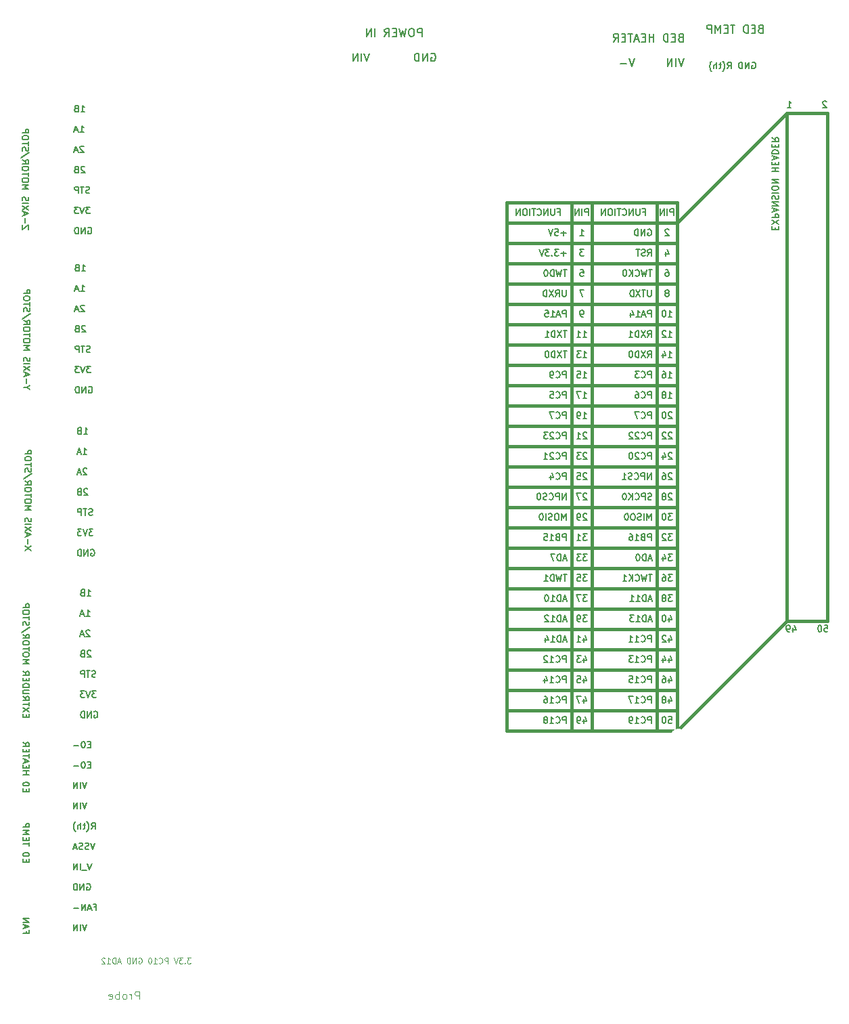
<source format=gbo>
G04 (created by PCBNEW-RS274X (2012-01-19 BZR 3256)-stable) date 19/07/2014 16:24:45*
G01*
G70*
G90*
%MOIN*%
G04 Gerber Fmt 3.4, Leading zero omitted, Abs format*
%FSLAX34Y34*%
G04 APERTURE LIST*
%ADD10C,0.006000*%
%ADD11C,0.003900*%
%ADD12C,0.004100*%
%ADD13C,0.005900*%
%ADD14C,0.015000*%
%ADD15C,0.216900*%
%ADD16R,0.098700X0.098700*%
%ADD17C,0.118400*%
%ADD18O,0.059400X0.069200*%
%ADD19O,0.094800X0.102700*%
%ADD20C,0.053500*%
%ADD21R,0.080000X0.080000*%
%ADD22C,0.080000*%
%ADD23R,0.059400X0.059400*%
%ADD24C,0.059400*%
%ADD25C,0.149900*%
%ADD26C,0.120000*%
%ADD27C,0.051500*%
G04 APERTURE END LIST*
G54D10*
G54D11*
X08611Y02230D02*
X08440Y02230D01*
X08532Y02125D01*
X08492Y02125D01*
X08466Y02112D01*
X08453Y02099D01*
X08440Y02073D01*
X08440Y02007D01*
X08453Y01981D01*
X08466Y01967D01*
X08492Y01954D01*
X08571Y01954D01*
X08597Y01967D01*
X08611Y01981D01*
X08321Y01981D02*
X08308Y01967D01*
X08321Y01954D01*
X08334Y01967D01*
X08321Y01981D01*
X08321Y01954D01*
X08217Y02230D02*
X08046Y02230D01*
X08138Y02125D01*
X08098Y02125D01*
X08072Y02112D01*
X08059Y02099D01*
X08046Y02073D01*
X08046Y02007D01*
X08059Y01981D01*
X08072Y01967D01*
X08098Y01954D01*
X08177Y01954D01*
X08203Y01967D01*
X08217Y01981D01*
X07967Y02230D02*
X07875Y01954D01*
X07783Y02230D01*
X07480Y01954D02*
X07480Y02230D01*
X07375Y02230D01*
X07349Y02217D01*
X07336Y02204D01*
X07323Y02178D01*
X07323Y02138D01*
X07336Y02112D01*
X07349Y02099D01*
X07375Y02086D01*
X07480Y02086D01*
X07047Y01981D02*
X07060Y01967D01*
X07099Y01954D01*
X07125Y01954D01*
X07165Y01967D01*
X07191Y01994D01*
X07204Y02020D01*
X07217Y02073D01*
X07217Y02112D01*
X07204Y02165D01*
X07191Y02191D01*
X07165Y02217D01*
X07125Y02230D01*
X07099Y02230D01*
X07060Y02217D01*
X07047Y02204D01*
X06784Y01954D02*
X06941Y01954D01*
X06863Y01954D02*
X06863Y02230D01*
X06889Y02191D01*
X06915Y02165D01*
X06941Y02151D01*
X06613Y02230D02*
X06586Y02230D01*
X06560Y02217D01*
X06547Y02204D01*
X06534Y02178D01*
X06521Y02125D01*
X06521Y02059D01*
X06534Y02007D01*
X06547Y01981D01*
X06560Y01967D01*
X06586Y01954D01*
X06613Y01954D01*
X06639Y01967D01*
X06652Y01981D01*
X06665Y02007D01*
X06678Y02059D01*
X06678Y02125D01*
X06665Y02178D01*
X06652Y02204D01*
X06639Y02217D01*
X06613Y02230D01*
X06048Y02217D02*
X06074Y02230D01*
X06113Y02230D01*
X06153Y02217D01*
X06179Y02191D01*
X06192Y02165D01*
X06205Y02112D01*
X06205Y02073D01*
X06192Y02020D01*
X06179Y01994D01*
X06153Y01967D01*
X06113Y01954D01*
X06087Y01954D01*
X06048Y01967D01*
X06035Y01981D01*
X06035Y02073D01*
X06087Y02073D01*
X05916Y01954D02*
X05916Y02230D01*
X05759Y01954D01*
X05759Y02230D01*
X05627Y01954D02*
X05627Y02230D01*
X05562Y02230D01*
X05522Y02217D01*
X05496Y02191D01*
X05483Y02165D01*
X05470Y02112D01*
X05470Y02073D01*
X05483Y02020D01*
X05496Y01994D01*
X05522Y01967D01*
X05562Y01954D01*
X05627Y01954D01*
X05154Y02033D02*
X05023Y02033D01*
X05181Y01954D02*
X05089Y02230D01*
X04997Y01954D01*
X04904Y01954D02*
X04904Y02230D01*
X04839Y02230D01*
X04799Y02217D01*
X04773Y02191D01*
X04760Y02165D01*
X04747Y02112D01*
X04747Y02073D01*
X04760Y02020D01*
X04773Y01994D01*
X04799Y01967D01*
X04839Y01954D01*
X04904Y01954D01*
X04484Y01954D02*
X04641Y01954D01*
X04563Y01954D02*
X04563Y02230D01*
X04589Y02191D01*
X04615Y02165D01*
X04641Y02151D01*
X04378Y02204D02*
X04365Y02217D01*
X04339Y02230D01*
X04273Y02230D01*
X04247Y02217D01*
X04234Y02204D01*
X04221Y02178D01*
X04221Y02151D01*
X04234Y02112D01*
X04392Y01954D01*
X04221Y01954D01*
G54D12*
X06078Y00192D02*
X06078Y00586D01*
X05928Y00586D01*
X05891Y00567D01*
X05872Y00548D01*
X05853Y00510D01*
X05853Y00454D01*
X05872Y00417D01*
X05891Y00398D01*
X05928Y00379D01*
X06078Y00379D01*
X05684Y00192D02*
X05684Y00454D01*
X05684Y00379D02*
X05665Y00417D01*
X05647Y00435D01*
X05609Y00454D01*
X05572Y00454D01*
X05384Y00192D02*
X05421Y00210D01*
X05440Y00229D01*
X05459Y00267D01*
X05459Y00379D01*
X05440Y00417D01*
X05421Y00435D01*
X05384Y00454D01*
X05328Y00454D01*
X05290Y00435D01*
X05271Y00417D01*
X05253Y00379D01*
X05253Y00267D01*
X05271Y00229D01*
X05290Y00210D01*
X05328Y00192D01*
X05384Y00192D01*
X05084Y00192D02*
X05084Y00586D01*
X05084Y00435D02*
X05047Y00454D01*
X04972Y00454D01*
X04934Y00435D01*
X04915Y00417D01*
X04897Y00379D01*
X04897Y00267D01*
X04915Y00229D01*
X04934Y00210D01*
X04972Y00192D01*
X05047Y00192D01*
X05084Y00210D01*
X04578Y00210D02*
X04616Y00192D01*
X04691Y00192D01*
X04728Y00210D01*
X04747Y00248D01*
X04747Y00398D01*
X04728Y00435D01*
X04691Y00454D01*
X04616Y00454D01*
X04578Y00435D01*
X04559Y00398D01*
X04559Y00360D01*
X04747Y00323D01*
G54D13*
X03505Y20041D02*
X03685Y20041D01*
X03595Y20041D02*
X03595Y20356D01*
X03625Y20311D01*
X03655Y20281D01*
X03685Y20266D01*
X03265Y20206D02*
X03220Y20191D01*
X03205Y20176D01*
X03190Y20146D01*
X03190Y20101D01*
X03205Y20071D01*
X03220Y20056D01*
X03250Y20041D01*
X03370Y20041D01*
X03370Y20356D01*
X03265Y20356D01*
X03235Y20341D01*
X03220Y20326D01*
X03205Y20296D01*
X03205Y20266D01*
X03220Y20236D01*
X03235Y20221D01*
X03265Y20206D01*
X03370Y20206D01*
X03460Y19041D02*
X03640Y19041D01*
X03550Y19041D02*
X03550Y19356D01*
X03580Y19311D01*
X03610Y19281D01*
X03640Y19266D01*
X03340Y19131D02*
X03190Y19131D01*
X03370Y19041D02*
X03265Y19356D01*
X03160Y19041D01*
X03640Y18326D02*
X03625Y18341D01*
X03595Y18356D01*
X03520Y18356D01*
X03490Y18341D01*
X03475Y18326D01*
X03460Y18296D01*
X03460Y18266D01*
X03475Y18221D01*
X03655Y18041D01*
X03460Y18041D01*
X03340Y18131D02*
X03190Y18131D01*
X03370Y18041D02*
X03265Y18356D01*
X03160Y18041D01*
X03685Y17326D02*
X03670Y17341D01*
X03640Y17356D01*
X03565Y17356D01*
X03535Y17341D01*
X03520Y17326D01*
X03505Y17296D01*
X03505Y17266D01*
X03520Y17221D01*
X03700Y17041D01*
X03505Y17041D01*
X03265Y17206D02*
X03220Y17191D01*
X03205Y17176D01*
X03190Y17146D01*
X03190Y17101D01*
X03205Y17071D01*
X03220Y17056D01*
X03250Y17041D01*
X03370Y17041D01*
X03370Y17356D01*
X03265Y17356D01*
X03235Y17341D01*
X03220Y17326D01*
X03205Y17296D01*
X03205Y17266D01*
X03220Y17236D01*
X03235Y17221D01*
X03265Y17206D01*
X03370Y17206D01*
X03925Y16056D02*
X03880Y16041D01*
X03805Y16041D01*
X03775Y16056D01*
X03760Y16071D01*
X03745Y16101D01*
X03745Y16131D01*
X03760Y16161D01*
X03775Y16176D01*
X03805Y16191D01*
X03865Y16206D01*
X03895Y16221D01*
X03910Y16236D01*
X03925Y16266D01*
X03925Y16296D01*
X03910Y16326D01*
X03895Y16341D01*
X03865Y16356D01*
X03790Y16356D01*
X03745Y16341D01*
X03655Y16356D02*
X03475Y16356D01*
X03565Y16041D02*
X03565Y16356D01*
X03370Y16041D02*
X03370Y16356D01*
X03250Y16356D01*
X03220Y16341D01*
X03205Y16326D01*
X03190Y16296D01*
X03190Y16251D01*
X03205Y16221D01*
X03220Y16206D01*
X03250Y16191D01*
X03370Y16191D01*
X03955Y15356D02*
X03760Y15356D01*
X03865Y15236D01*
X03820Y15236D01*
X03790Y15221D01*
X03775Y15206D01*
X03760Y15176D01*
X03760Y15101D01*
X03775Y15071D01*
X03790Y15056D01*
X03820Y15041D01*
X03910Y15041D01*
X03940Y15056D01*
X03955Y15071D01*
X03670Y15356D02*
X03565Y15041D01*
X03460Y15356D01*
X03385Y15356D02*
X03190Y15356D01*
X03295Y15236D01*
X03250Y15236D01*
X03220Y15221D01*
X03205Y15206D01*
X03190Y15176D01*
X03190Y15101D01*
X03205Y15071D01*
X03220Y15056D01*
X03250Y15041D01*
X03340Y15041D01*
X03370Y15056D01*
X03385Y15071D01*
X03850Y14341D02*
X03880Y14356D01*
X03925Y14356D01*
X03970Y14341D01*
X04000Y14311D01*
X04015Y14281D01*
X04030Y14221D01*
X04030Y14176D01*
X04015Y14116D01*
X04000Y14086D01*
X03970Y14056D01*
X03925Y14041D01*
X03895Y14041D01*
X03850Y14056D01*
X03835Y14071D01*
X03835Y14176D01*
X03895Y14176D01*
X03700Y14041D02*
X03700Y14356D01*
X03520Y14041D01*
X03520Y14356D01*
X03370Y14041D02*
X03370Y14356D01*
X03295Y14356D01*
X03250Y14341D01*
X03220Y14311D01*
X03205Y14281D01*
X03190Y14221D01*
X03190Y14176D01*
X03205Y14116D01*
X03220Y14086D01*
X03250Y14056D01*
X03295Y14041D01*
X03370Y14041D01*
X03349Y28007D02*
X03529Y28007D01*
X03439Y28007D02*
X03439Y28322D01*
X03469Y28277D01*
X03499Y28247D01*
X03529Y28232D01*
X03109Y28172D02*
X03064Y28157D01*
X03049Y28142D01*
X03034Y28112D01*
X03034Y28067D01*
X03049Y28037D01*
X03064Y28022D01*
X03094Y28007D01*
X03214Y28007D01*
X03214Y28322D01*
X03109Y28322D01*
X03079Y28307D01*
X03064Y28292D01*
X03049Y28262D01*
X03049Y28232D01*
X03064Y28202D01*
X03079Y28187D01*
X03109Y28172D01*
X03214Y28172D01*
X03304Y27007D02*
X03484Y27007D01*
X03394Y27007D02*
X03394Y27322D01*
X03424Y27277D01*
X03454Y27247D01*
X03484Y27232D01*
X03184Y27097D02*
X03034Y27097D01*
X03214Y27007D02*
X03109Y27322D01*
X03004Y27007D01*
X03484Y26292D02*
X03469Y26307D01*
X03439Y26322D01*
X03364Y26322D01*
X03334Y26307D01*
X03319Y26292D01*
X03304Y26262D01*
X03304Y26232D01*
X03319Y26187D01*
X03499Y26007D01*
X03304Y26007D01*
X03184Y26097D02*
X03034Y26097D01*
X03214Y26007D02*
X03109Y26322D01*
X03004Y26007D01*
X03529Y25292D02*
X03514Y25307D01*
X03484Y25322D01*
X03409Y25322D01*
X03379Y25307D01*
X03364Y25292D01*
X03349Y25262D01*
X03349Y25232D01*
X03364Y25187D01*
X03544Y25007D01*
X03349Y25007D01*
X03109Y25172D02*
X03064Y25157D01*
X03049Y25142D01*
X03034Y25112D01*
X03034Y25067D01*
X03049Y25037D01*
X03064Y25022D01*
X03094Y25007D01*
X03214Y25007D01*
X03214Y25322D01*
X03109Y25322D01*
X03079Y25307D01*
X03064Y25292D01*
X03049Y25262D01*
X03049Y25232D01*
X03064Y25202D01*
X03079Y25187D01*
X03109Y25172D01*
X03214Y25172D01*
X03769Y24022D02*
X03724Y24007D01*
X03649Y24007D01*
X03619Y24022D01*
X03604Y24037D01*
X03589Y24067D01*
X03589Y24097D01*
X03604Y24127D01*
X03619Y24142D01*
X03649Y24157D01*
X03709Y24172D01*
X03739Y24187D01*
X03754Y24202D01*
X03769Y24232D01*
X03769Y24262D01*
X03754Y24292D01*
X03739Y24307D01*
X03709Y24322D01*
X03634Y24322D01*
X03589Y24307D01*
X03499Y24322D02*
X03319Y24322D01*
X03409Y24007D02*
X03409Y24322D01*
X03214Y24007D02*
X03214Y24322D01*
X03094Y24322D01*
X03064Y24307D01*
X03049Y24292D01*
X03034Y24262D01*
X03034Y24217D01*
X03049Y24187D01*
X03064Y24172D01*
X03094Y24157D01*
X03214Y24157D01*
X03799Y23322D02*
X03604Y23322D01*
X03709Y23202D01*
X03664Y23202D01*
X03634Y23187D01*
X03619Y23172D01*
X03604Y23142D01*
X03604Y23067D01*
X03619Y23037D01*
X03634Y23022D01*
X03664Y23007D01*
X03754Y23007D01*
X03784Y23022D01*
X03799Y23037D01*
X03514Y23322D02*
X03409Y23007D01*
X03304Y23322D01*
X03229Y23322D02*
X03034Y23322D01*
X03139Y23202D01*
X03094Y23202D01*
X03064Y23187D01*
X03049Y23172D01*
X03034Y23142D01*
X03034Y23067D01*
X03049Y23037D01*
X03064Y23022D01*
X03094Y23007D01*
X03184Y23007D01*
X03214Y23022D01*
X03229Y23037D01*
X03694Y22307D02*
X03724Y22322D01*
X03769Y22322D01*
X03814Y22307D01*
X03844Y22277D01*
X03859Y22247D01*
X03874Y22187D01*
X03874Y22142D01*
X03859Y22082D01*
X03844Y22052D01*
X03814Y22022D01*
X03769Y22007D01*
X03739Y22007D01*
X03694Y22022D01*
X03679Y22037D01*
X03679Y22142D01*
X03739Y22142D01*
X03544Y22007D02*
X03544Y22322D01*
X03364Y22007D01*
X03364Y22322D01*
X03214Y22007D02*
X03214Y22322D01*
X03139Y22322D01*
X03094Y22307D01*
X03064Y22277D01*
X03049Y22247D01*
X03034Y22187D01*
X03034Y22142D01*
X03049Y22082D01*
X03064Y22052D01*
X03094Y22022D01*
X03139Y22007D01*
X03214Y22007D01*
X03239Y36037D02*
X03419Y36037D01*
X03329Y36037D02*
X03329Y36352D01*
X03359Y36307D01*
X03389Y36277D01*
X03419Y36262D01*
X02999Y36202D02*
X02954Y36187D01*
X02939Y36172D01*
X02924Y36142D01*
X02924Y36097D01*
X02939Y36067D01*
X02954Y36052D01*
X02984Y36037D01*
X03104Y36037D01*
X03104Y36352D01*
X02999Y36352D01*
X02969Y36337D01*
X02954Y36322D01*
X02939Y36292D01*
X02939Y36262D01*
X02954Y36232D01*
X02969Y36217D01*
X02999Y36202D01*
X03104Y36202D01*
X03194Y35037D02*
X03374Y35037D01*
X03284Y35037D02*
X03284Y35352D01*
X03314Y35307D01*
X03344Y35277D01*
X03374Y35262D01*
X03074Y35127D02*
X02924Y35127D01*
X03104Y35037D02*
X02999Y35352D01*
X02894Y35037D01*
X03374Y34322D02*
X03359Y34337D01*
X03329Y34352D01*
X03254Y34352D01*
X03224Y34337D01*
X03209Y34322D01*
X03194Y34292D01*
X03194Y34262D01*
X03209Y34217D01*
X03389Y34037D01*
X03194Y34037D01*
X03074Y34127D02*
X02924Y34127D01*
X03104Y34037D02*
X02999Y34352D01*
X02894Y34037D01*
X03419Y33322D02*
X03404Y33337D01*
X03374Y33352D01*
X03299Y33352D01*
X03269Y33337D01*
X03254Y33322D01*
X03239Y33292D01*
X03239Y33262D01*
X03254Y33217D01*
X03434Y33037D01*
X03239Y33037D01*
X02999Y33202D02*
X02954Y33187D01*
X02939Y33172D01*
X02924Y33142D01*
X02924Y33097D01*
X02939Y33067D01*
X02954Y33052D01*
X02984Y33037D01*
X03104Y33037D01*
X03104Y33352D01*
X02999Y33352D01*
X02969Y33337D01*
X02954Y33322D01*
X02939Y33292D01*
X02939Y33262D01*
X02954Y33232D01*
X02969Y33217D01*
X02999Y33202D01*
X03104Y33202D01*
X03659Y32052D02*
X03614Y32037D01*
X03539Y32037D01*
X03509Y32052D01*
X03494Y32067D01*
X03479Y32097D01*
X03479Y32127D01*
X03494Y32157D01*
X03509Y32172D01*
X03539Y32187D01*
X03599Y32202D01*
X03629Y32217D01*
X03644Y32232D01*
X03659Y32262D01*
X03659Y32292D01*
X03644Y32322D01*
X03629Y32337D01*
X03599Y32352D01*
X03524Y32352D01*
X03479Y32337D01*
X03389Y32352D02*
X03209Y32352D01*
X03299Y32037D02*
X03299Y32352D01*
X03104Y32037D02*
X03104Y32352D01*
X02984Y32352D01*
X02954Y32337D01*
X02939Y32322D01*
X02924Y32292D01*
X02924Y32247D01*
X02939Y32217D01*
X02954Y32202D01*
X02984Y32187D01*
X03104Y32187D01*
X03689Y31352D02*
X03494Y31352D01*
X03599Y31232D01*
X03554Y31232D01*
X03524Y31217D01*
X03509Y31202D01*
X03494Y31172D01*
X03494Y31097D01*
X03509Y31067D01*
X03524Y31052D01*
X03554Y31037D01*
X03644Y31037D01*
X03674Y31052D01*
X03689Y31067D01*
X03404Y31352D02*
X03299Y31037D01*
X03194Y31352D01*
X03119Y31352D02*
X02924Y31352D01*
X03029Y31232D01*
X02984Y31232D01*
X02954Y31217D01*
X02939Y31202D01*
X02924Y31172D01*
X02924Y31097D01*
X02939Y31067D01*
X02954Y31052D01*
X02984Y31037D01*
X03074Y31037D01*
X03104Y31052D01*
X03119Y31067D01*
X03584Y30337D02*
X03614Y30352D01*
X03659Y30352D01*
X03704Y30337D01*
X03734Y30307D01*
X03749Y30277D01*
X03764Y30217D01*
X03764Y30172D01*
X03749Y30112D01*
X03734Y30082D01*
X03704Y30052D01*
X03659Y30037D01*
X03629Y30037D01*
X03584Y30052D01*
X03569Y30067D01*
X03569Y30172D01*
X03629Y30172D01*
X03434Y30037D02*
X03434Y30352D01*
X03254Y30037D01*
X03254Y30352D01*
X03104Y30037D02*
X03104Y30352D01*
X03029Y30352D01*
X02984Y30337D01*
X02954Y30307D01*
X02939Y30277D01*
X02924Y30217D01*
X02924Y30172D01*
X02939Y30112D01*
X02954Y30082D01*
X02984Y30052D01*
X03029Y30037D01*
X03104Y30037D01*
X03205Y43871D02*
X03385Y43871D01*
X03295Y43871D02*
X03295Y44186D01*
X03325Y44141D01*
X03355Y44111D01*
X03385Y44096D01*
X02965Y44036D02*
X02920Y44021D01*
X02905Y44006D01*
X02890Y43976D01*
X02890Y43931D01*
X02905Y43901D01*
X02920Y43886D01*
X02950Y43871D01*
X03070Y43871D01*
X03070Y44186D01*
X02965Y44186D01*
X02935Y44171D01*
X02920Y44156D01*
X02905Y44126D01*
X02905Y44096D01*
X02920Y44066D01*
X02935Y44051D01*
X02965Y44036D01*
X03070Y44036D01*
X03160Y42871D02*
X03340Y42871D01*
X03250Y42871D02*
X03250Y43186D01*
X03280Y43141D01*
X03310Y43111D01*
X03340Y43096D01*
X03040Y42961D02*
X02890Y42961D01*
X03070Y42871D02*
X02965Y43186D01*
X02860Y42871D01*
X03340Y42156D02*
X03325Y42171D01*
X03295Y42186D01*
X03220Y42186D01*
X03190Y42171D01*
X03175Y42156D01*
X03160Y42126D01*
X03160Y42096D01*
X03175Y42051D01*
X03355Y41871D01*
X03160Y41871D01*
X03040Y41961D02*
X02890Y41961D01*
X03070Y41871D02*
X02965Y42186D01*
X02860Y41871D01*
X03385Y41156D02*
X03370Y41171D01*
X03340Y41186D01*
X03265Y41186D01*
X03235Y41171D01*
X03220Y41156D01*
X03205Y41126D01*
X03205Y41096D01*
X03220Y41051D01*
X03400Y40871D01*
X03205Y40871D01*
X02965Y41036D02*
X02920Y41021D01*
X02905Y41006D01*
X02890Y40976D01*
X02890Y40931D01*
X02905Y40901D01*
X02920Y40886D01*
X02950Y40871D01*
X03070Y40871D01*
X03070Y41186D01*
X02965Y41186D01*
X02935Y41171D01*
X02920Y41156D01*
X02905Y41126D01*
X02905Y41096D01*
X02920Y41066D01*
X02935Y41051D01*
X02965Y41036D01*
X03070Y41036D01*
X03625Y39886D02*
X03580Y39871D01*
X03505Y39871D01*
X03475Y39886D01*
X03460Y39901D01*
X03445Y39931D01*
X03445Y39961D01*
X03460Y39991D01*
X03475Y40006D01*
X03505Y40021D01*
X03565Y40036D01*
X03595Y40051D01*
X03610Y40066D01*
X03625Y40096D01*
X03625Y40126D01*
X03610Y40156D01*
X03595Y40171D01*
X03565Y40186D01*
X03490Y40186D01*
X03445Y40171D01*
X03355Y40186D02*
X03175Y40186D01*
X03265Y39871D02*
X03265Y40186D01*
X03070Y39871D02*
X03070Y40186D01*
X02950Y40186D01*
X02920Y40171D01*
X02905Y40156D01*
X02890Y40126D01*
X02890Y40081D01*
X02905Y40051D01*
X02920Y40036D01*
X02950Y40021D01*
X03070Y40021D01*
X03655Y39186D02*
X03460Y39186D01*
X03565Y39066D01*
X03520Y39066D01*
X03490Y39051D01*
X03475Y39036D01*
X03460Y39006D01*
X03460Y38931D01*
X03475Y38901D01*
X03490Y38886D01*
X03520Y38871D01*
X03610Y38871D01*
X03640Y38886D01*
X03655Y38901D01*
X03370Y39186D02*
X03265Y38871D01*
X03160Y39186D01*
X03085Y39186D02*
X02890Y39186D01*
X02995Y39066D01*
X02950Y39066D01*
X02920Y39051D01*
X02905Y39036D01*
X02890Y39006D01*
X02890Y38931D01*
X02905Y38901D01*
X02920Y38886D01*
X02950Y38871D01*
X03040Y38871D01*
X03070Y38886D01*
X03085Y38901D01*
X03550Y38171D02*
X03580Y38186D01*
X03625Y38186D01*
X03670Y38171D01*
X03700Y38141D01*
X03715Y38111D01*
X03730Y38051D01*
X03730Y38006D01*
X03715Y37946D01*
X03700Y37916D01*
X03670Y37886D01*
X03625Y37871D01*
X03595Y37871D01*
X03550Y37886D01*
X03535Y37901D01*
X03535Y38006D01*
X03595Y38006D01*
X03400Y37871D02*
X03400Y38186D01*
X03220Y37871D01*
X03220Y38186D01*
X03070Y37871D02*
X03070Y38186D01*
X02995Y38186D01*
X02950Y38171D01*
X02920Y38141D01*
X02905Y38111D01*
X02890Y38051D01*
X02890Y38006D01*
X02905Y37946D01*
X02920Y37916D01*
X02950Y37886D01*
X02995Y37871D01*
X03070Y37871D01*
G54D14*
X24179Y13400D02*
X32579Y13400D01*
X32579Y14400D02*
X24179Y14400D01*
X24179Y15400D02*
X32579Y15400D01*
X32579Y16400D02*
X24179Y16400D01*
X24179Y17400D02*
X32579Y17400D01*
X32579Y18400D02*
X24179Y18400D01*
X24179Y19400D02*
X32579Y19400D01*
X32579Y20400D02*
X24179Y20400D01*
X24179Y21400D02*
X32579Y21400D01*
X32579Y22400D02*
X24179Y22400D01*
X24179Y23400D02*
X32579Y23400D01*
X32579Y24400D02*
X24179Y24400D01*
X24179Y25400D02*
X32579Y25400D01*
X32579Y26400D02*
X24179Y26400D01*
X24179Y27400D02*
X32579Y27400D01*
X32579Y28400D02*
X24179Y28400D01*
X24179Y29400D02*
X32579Y29400D01*
X32579Y30400D02*
X24179Y30400D01*
X24179Y31400D02*
X32579Y31400D01*
X32579Y32400D02*
X24179Y32400D01*
X24179Y33400D02*
X32579Y33400D01*
X32579Y34400D02*
X24179Y34400D01*
X24179Y35400D02*
X32579Y35400D01*
X32579Y36400D02*
X24179Y36400D01*
X24179Y37400D02*
X32579Y37400D01*
X32579Y38400D02*
X24179Y38400D01*
X24179Y39400D02*
X32579Y39400D01*
G54D13*
X39939Y44358D02*
X39924Y44373D01*
X39894Y44388D01*
X39819Y44388D01*
X39789Y44373D01*
X39774Y44358D01*
X39759Y44328D01*
X39759Y44298D01*
X39774Y44253D01*
X39954Y44073D01*
X39759Y44073D01*
X38019Y44073D02*
X38199Y44073D01*
X38109Y44073D02*
X38109Y44388D01*
X38139Y44343D01*
X38169Y44313D01*
X38199Y44298D01*
G54D14*
X28379Y39400D02*
X28379Y13400D01*
X31579Y13400D02*
X31579Y39400D01*
X32579Y39400D02*
X32579Y13400D01*
X27379Y13400D02*
X27379Y39400D01*
X24179Y39400D02*
X24179Y13400D01*
G54D13*
X31139Y38073D02*
X31169Y38088D01*
X31214Y38088D01*
X31259Y38073D01*
X31289Y38043D01*
X31304Y38013D01*
X31319Y37953D01*
X31319Y37908D01*
X31304Y37848D01*
X31289Y37818D01*
X31259Y37788D01*
X31214Y37773D01*
X31184Y37773D01*
X31139Y37788D01*
X31124Y37803D01*
X31124Y37908D01*
X31184Y37908D01*
X30989Y37773D02*
X30989Y38088D01*
X30809Y37773D01*
X30809Y38088D01*
X30659Y37773D02*
X30659Y38088D01*
X30584Y38088D01*
X30539Y38073D01*
X30509Y38043D01*
X30494Y38013D01*
X30479Y37953D01*
X30479Y37908D01*
X30494Y37848D01*
X30509Y37818D01*
X30539Y37788D01*
X30584Y37773D01*
X30659Y37773D01*
X31124Y36773D02*
X31229Y36923D01*
X31304Y36773D02*
X31304Y37088D01*
X31184Y37088D01*
X31154Y37073D01*
X31139Y37058D01*
X31124Y37028D01*
X31124Y36983D01*
X31139Y36953D01*
X31154Y36938D01*
X31184Y36923D01*
X31304Y36923D01*
X31004Y36788D02*
X30959Y36773D01*
X30884Y36773D01*
X30854Y36788D01*
X30839Y36803D01*
X30824Y36833D01*
X30824Y36863D01*
X30839Y36893D01*
X30854Y36908D01*
X30884Y36923D01*
X30944Y36938D01*
X30974Y36953D01*
X30989Y36968D01*
X31004Y36998D01*
X31004Y37028D01*
X30989Y37058D01*
X30974Y37073D01*
X30944Y37088D01*
X30869Y37088D01*
X30824Y37073D01*
X30734Y37088D02*
X30554Y37088D01*
X30644Y36773D02*
X30644Y37088D01*
X31349Y36088D02*
X31169Y36088D01*
X31259Y35773D02*
X31259Y36088D01*
X31094Y36088D02*
X31019Y35773D01*
X30959Y35998D01*
X30899Y35773D01*
X30824Y36088D01*
X30524Y35803D02*
X30539Y35788D01*
X30584Y35773D01*
X30614Y35773D01*
X30659Y35788D01*
X30689Y35818D01*
X30704Y35848D01*
X30719Y35908D01*
X30719Y35953D01*
X30704Y36013D01*
X30689Y36043D01*
X30659Y36073D01*
X30614Y36088D01*
X30584Y36088D01*
X30539Y36073D01*
X30524Y36058D01*
X30389Y35773D02*
X30389Y36088D01*
X30209Y35773D02*
X30344Y35953D01*
X30209Y36088D02*
X30389Y35908D01*
X30014Y36088D02*
X29984Y36088D01*
X29954Y36073D01*
X29939Y36058D01*
X29924Y36028D01*
X29909Y35968D01*
X29909Y35893D01*
X29924Y35833D01*
X29939Y35803D01*
X29954Y35788D01*
X29984Y35773D01*
X30014Y35773D01*
X30044Y35788D01*
X30059Y35803D01*
X30074Y35833D01*
X30089Y35893D01*
X30089Y35968D01*
X30074Y36028D01*
X30059Y36058D01*
X30044Y36073D01*
X30014Y36088D01*
X31304Y35088D02*
X31304Y34833D01*
X31289Y34803D01*
X31274Y34788D01*
X31244Y34773D01*
X31184Y34773D01*
X31154Y34788D01*
X31139Y34803D01*
X31124Y34833D01*
X31124Y35088D01*
X31019Y35088D02*
X30839Y35088D01*
X30929Y34773D02*
X30929Y35088D01*
X30764Y35088D02*
X30554Y34773D01*
X30554Y35088D02*
X30764Y34773D01*
X30434Y34773D02*
X30434Y35088D01*
X30359Y35088D01*
X30314Y35073D01*
X30284Y35043D01*
X30269Y35013D01*
X30254Y34953D01*
X30254Y34908D01*
X30269Y34848D01*
X30284Y34818D01*
X30314Y34788D01*
X30359Y34773D01*
X30434Y34773D01*
X31304Y33773D02*
X31304Y34088D01*
X31184Y34088D01*
X31154Y34073D01*
X31139Y34058D01*
X31124Y34028D01*
X31124Y33983D01*
X31139Y33953D01*
X31154Y33938D01*
X31184Y33923D01*
X31304Y33923D01*
X31004Y33863D02*
X30854Y33863D01*
X31034Y33773D02*
X30929Y34088D01*
X30824Y33773D01*
X30554Y33773D02*
X30734Y33773D01*
X30644Y33773D02*
X30644Y34088D01*
X30674Y34043D01*
X30704Y34013D01*
X30734Y33998D01*
X30284Y33983D02*
X30284Y33773D01*
X30359Y34103D02*
X30434Y33878D01*
X30239Y33878D01*
X31124Y32773D02*
X31229Y32923D01*
X31304Y32773D02*
X31304Y33088D01*
X31184Y33088D01*
X31154Y33073D01*
X31139Y33058D01*
X31124Y33028D01*
X31124Y32983D01*
X31139Y32953D01*
X31154Y32938D01*
X31184Y32923D01*
X31304Y32923D01*
X31019Y33088D02*
X30809Y32773D01*
X30809Y33088D02*
X31019Y32773D01*
X30689Y32773D02*
X30689Y33088D01*
X30614Y33088D01*
X30569Y33073D01*
X30539Y33043D01*
X30524Y33013D01*
X30509Y32953D01*
X30509Y32908D01*
X30524Y32848D01*
X30539Y32818D01*
X30569Y32788D01*
X30614Y32773D01*
X30689Y32773D01*
X30209Y32773D02*
X30389Y32773D01*
X30299Y32773D02*
X30299Y33088D01*
X30329Y33043D01*
X30359Y33013D01*
X30389Y32998D01*
X31124Y31773D02*
X31229Y31923D01*
X31304Y31773D02*
X31304Y32088D01*
X31184Y32088D01*
X31154Y32073D01*
X31139Y32058D01*
X31124Y32028D01*
X31124Y31983D01*
X31139Y31953D01*
X31154Y31938D01*
X31184Y31923D01*
X31304Y31923D01*
X31019Y32088D02*
X30809Y31773D01*
X30809Y32088D02*
X31019Y31773D01*
X30689Y31773D02*
X30689Y32088D01*
X30614Y32088D01*
X30569Y32073D01*
X30539Y32043D01*
X30524Y32013D01*
X30509Y31953D01*
X30509Y31908D01*
X30524Y31848D01*
X30539Y31818D01*
X30569Y31788D01*
X30614Y31773D01*
X30689Y31773D01*
X30314Y32088D02*
X30284Y32088D01*
X30254Y32073D01*
X30239Y32058D01*
X30224Y32028D01*
X30209Y31968D01*
X30209Y31893D01*
X30224Y31833D01*
X30239Y31803D01*
X30254Y31788D01*
X30284Y31773D01*
X30314Y31773D01*
X30344Y31788D01*
X30359Y31803D01*
X30374Y31833D01*
X30389Y31893D01*
X30389Y31968D01*
X30374Y32028D01*
X30359Y32058D01*
X30344Y32073D01*
X30314Y32088D01*
X31304Y30773D02*
X31304Y31088D01*
X31184Y31088D01*
X31154Y31073D01*
X31139Y31058D01*
X31124Y31028D01*
X31124Y30983D01*
X31139Y30953D01*
X31154Y30938D01*
X31184Y30923D01*
X31304Y30923D01*
X30809Y30803D02*
X30824Y30788D01*
X30869Y30773D01*
X30899Y30773D01*
X30944Y30788D01*
X30974Y30818D01*
X30989Y30848D01*
X31004Y30908D01*
X31004Y30953D01*
X30989Y31013D01*
X30974Y31043D01*
X30944Y31073D01*
X30899Y31088D01*
X30869Y31088D01*
X30824Y31073D01*
X30809Y31058D01*
X30704Y31088D02*
X30509Y31088D01*
X30614Y30968D01*
X30569Y30968D01*
X30539Y30953D01*
X30524Y30938D01*
X30509Y30908D01*
X30509Y30833D01*
X30524Y30803D01*
X30539Y30788D01*
X30569Y30773D01*
X30659Y30773D01*
X30689Y30788D01*
X30704Y30803D01*
X31304Y29773D02*
X31304Y30088D01*
X31184Y30088D01*
X31154Y30073D01*
X31139Y30058D01*
X31124Y30028D01*
X31124Y29983D01*
X31139Y29953D01*
X31154Y29938D01*
X31184Y29923D01*
X31304Y29923D01*
X30809Y29803D02*
X30824Y29788D01*
X30869Y29773D01*
X30899Y29773D01*
X30944Y29788D01*
X30974Y29818D01*
X30989Y29848D01*
X31004Y29908D01*
X31004Y29953D01*
X30989Y30013D01*
X30974Y30043D01*
X30944Y30073D01*
X30899Y30088D01*
X30869Y30088D01*
X30824Y30073D01*
X30809Y30058D01*
X30539Y30088D02*
X30599Y30088D01*
X30629Y30073D01*
X30644Y30058D01*
X30674Y30013D01*
X30689Y29953D01*
X30689Y29833D01*
X30674Y29803D01*
X30659Y29788D01*
X30629Y29773D01*
X30569Y29773D01*
X30539Y29788D01*
X30524Y29803D01*
X30509Y29833D01*
X30509Y29908D01*
X30524Y29938D01*
X30539Y29953D01*
X30569Y29968D01*
X30629Y29968D01*
X30659Y29953D01*
X30674Y29938D01*
X30689Y29908D01*
X31304Y28773D02*
X31304Y29088D01*
X31184Y29088D01*
X31154Y29073D01*
X31139Y29058D01*
X31124Y29028D01*
X31124Y28983D01*
X31139Y28953D01*
X31154Y28938D01*
X31184Y28923D01*
X31304Y28923D01*
X30809Y28803D02*
X30824Y28788D01*
X30869Y28773D01*
X30899Y28773D01*
X30944Y28788D01*
X30974Y28818D01*
X30989Y28848D01*
X31004Y28908D01*
X31004Y28953D01*
X30989Y29013D01*
X30974Y29043D01*
X30944Y29073D01*
X30899Y29088D01*
X30869Y29088D01*
X30824Y29073D01*
X30809Y29058D01*
X30704Y29088D02*
X30494Y29088D01*
X30629Y28773D01*
X31304Y27773D02*
X31304Y28088D01*
X31184Y28088D01*
X31154Y28073D01*
X31139Y28058D01*
X31124Y28028D01*
X31124Y27983D01*
X31139Y27953D01*
X31154Y27938D01*
X31184Y27923D01*
X31304Y27923D01*
X30809Y27803D02*
X30824Y27788D01*
X30869Y27773D01*
X30899Y27773D01*
X30944Y27788D01*
X30974Y27818D01*
X30989Y27848D01*
X31004Y27908D01*
X31004Y27953D01*
X30989Y28013D01*
X30974Y28043D01*
X30944Y28073D01*
X30899Y28088D01*
X30869Y28088D01*
X30824Y28073D01*
X30809Y28058D01*
X30689Y28058D02*
X30674Y28073D01*
X30644Y28088D01*
X30569Y28088D01*
X30539Y28073D01*
X30524Y28058D01*
X30509Y28028D01*
X30509Y27998D01*
X30524Y27953D01*
X30704Y27773D01*
X30509Y27773D01*
X30389Y28058D02*
X30374Y28073D01*
X30344Y28088D01*
X30269Y28088D01*
X30239Y28073D01*
X30224Y28058D01*
X30209Y28028D01*
X30209Y27998D01*
X30224Y27953D01*
X30404Y27773D01*
X30209Y27773D01*
X31304Y26773D02*
X31304Y27088D01*
X31184Y27088D01*
X31154Y27073D01*
X31139Y27058D01*
X31124Y27028D01*
X31124Y26983D01*
X31139Y26953D01*
X31154Y26938D01*
X31184Y26923D01*
X31304Y26923D01*
X30809Y26803D02*
X30824Y26788D01*
X30869Y26773D01*
X30899Y26773D01*
X30944Y26788D01*
X30974Y26818D01*
X30989Y26848D01*
X31004Y26908D01*
X31004Y26953D01*
X30989Y27013D01*
X30974Y27043D01*
X30944Y27073D01*
X30899Y27088D01*
X30869Y27088D01*
X30824Y27073D01*
X30809Y27058D01*
X30689Y27058D02*
X30674Y27073D01*
X30644Y27088D01*
X30569Y27088D01*
X30539Y27073D01*
X30524Y27058D01*
X30509Y27028D01*
X30509Y26998D01*
X30524Y26953D01*
X30704Y26773D01*
X30509Y26773D01*
X30314Y27088D02*
X30284Y27088D01*
X30254Y27073D01*
X30239Y27058D01*
X30224Y27028D01*
X30209Y26968D01*
X30209Y26893D01*
X30224Y26833D01*
X30239Y26803D01*
X30254Y26788D01*
X30284Y26773D01*
X30314Y26773D01*
X30344Y26788D01*
X30359Y26803D01*
X30374Y26833D01*
X30389Y26893D01*
X30389Y26968D01*
X30374Y27028D01*
X30359Y27058D01*
X30344Y27073D01*
X30314Y27088D01*
X31304Y25773D02*
X31304Y26088D01*
X31124Y25773D01*
X31124Y26088D01*
X30974Y25773D02*
X30974Y26088D01*
X30854Y26088D01*
X30824Y26073D01*
X30809Y26058D01*
X30794Y26028D01*
X30794Y25983D01*
X30809Y25953D01*
X30824Y25938D01*
X30854Y25923D01*
X30974Y25923D01*
X30479Y25803D02*
X30494Y25788D01*
X30539Y25773D01*
X30569Y25773D01*
X30614Y25788D01*
X30644Y25818D01*
X30659Y25848D01*
X30674Y25908D01*
X30674Y25953D01*
X30659Y26013D01*
X30644Y26043D01*
X30614Y26073D01*
X30569Y26088D01*
X30539Y26088D01*
X30494Y26073D01*
X30479Y26058D01*
X30359Y25788D02*
X30314Y25773D01*
X30239Y25773D01*
X30209Y25788D01*
X30194Y25803D01*
X30179Y25833D01*
X30179Y25863D01*
X30194Y25893D01*
X30209Y25908D01*
X30239Y25923D01*
X30299Y25938D01*
X30329Y25953D01*
X30344Y25968D01*
X30359Y25998D01*
X30359Y26028D01*
X30344Y26058D01*
X30329Y26073D01*
X30299Y26088D01*
X30224Y26088D01*
X30179Y26073D01*
X29879Y25773D02*
X30059Y25773D01*
X29969Y25773D02*
X29969Y26088D01*
X29999Y26043D01*
X30029Y26013D01*
X30059Y25998D01*
X31319Y24788D02*
X31274Y24773D01*
X31199Y24773D01*
X31169Y24788D01*
X31154Y24803D01*
X31139Y24833D01*
X31139Y24863D01*
X31154Y24893D01*
X31169Y24908D01*
X31199Y24923D01*
X31259Y24938D01*
X31289Y24953D01*
X31304Y24968D01*
X31319Y24998D01*
X31319Y25028D01*
X31304Y25058D01*
X31289Y25073D01*
X31259Y25088D01*
X31184Y25088D01*
X31139Y25073D01*
X31004Y24773D02*
X31004Y25088D01*
X30884Y25088D01*
X30854Y25073D01*
X30839Y25058D01*
X30824Y25028D01*
X30824Y24983D01*
X30839Y24953D01*
X30854Y24938D01*
X30884Y24923D01*
X31004Y24923D01*
X30509Y24803D02*
X30524Y24788D01*
X30569Y24773D01*
X30599Y24773D01*
X30644Y24788D01*
X30674Y24818D01*
X30689Y24848D01*
X30704Y24908D01*
X30704Y24953D01*
X30689Y25013D01*
X30674Y25043D01*
X30644Y25073D01*
X30599Y25088D01*
X30569Y25088D01*
X30524Y25073D01*
X30509Y25058D01*
X30374Y24773D02*
X30374Y25088D01*
X30194Y24773D02*
X30329Y24953D01*
X30194Y25088D02*
X30374Y24908D01*
X29999Y25088D02*
X29969Y25088D01*
X29939Y25073D01*
X29924Y25058D01*
X29909Y25028D01*
X29894Y24968D01*
X29894Y24893D01*
X29909Y24833D01*
X29924Y24803D01*
X29939Y24788D01*
X29969Y24773D01*
X29999Y24773D01*
X30029Y24788D01*
X30044Y24803D01*
X30059Y24833D01*
X30074Y24893D01*
X30074Y24968D01*
X30059Y25028D01*
X30044Y25058D01*
X30029Y25073D01*
X29999Y25088D01*
X31304Y23773D02*
X31304Y24088D01*
X31199Y23863D01*
X31094Y24088D01*
X31094Y23773D01*
X30944Y23773D02*
X30944Y24088D01*
X30809Y23788D02*
X30764Y23773D01*
X30689Y23773D01*
X30659Y23788D01*
X30644Y23803D01*
X30629Y23833D01*
X30629Y23863D01*
X30644Y23893D01*
X30659Y23908D01*
X30689Y23923D01*
X30749Y23938D01*
X30779Y23953D01*
X30794Y23968D01*
X30809Y23998D01*
X30809Y24028D01*
X30794Y24058D01*
X30779Y24073D01*
X30749Y24088D01*
X30674Y24088D01*
X30629Y24073D01*
X30434Y24088D02*
X30374Y24088D01*
X30344Y24073D01*
X30314Y24043D01*
X30299Y23983D01*
X30299Y23878D01*
X30314Y23818D01*
X30344Y23788D01*
X30374Y23773D01*
X30434Y23773D01*
X30464Y23788D01*
X30494Y23818D01*
X30509Y23878D01*
X30509Y23983D01*
X30494Y24043D01*
X30464Y24073D01*
X30434Y24088D01*
X30104Y24088D02*
X30074Y24088D01*
X30044Y24073D01*
X30029Y24058D01*
X30014Y24028D01*
X29999Y23968D01*
X29999Y23893D01*
X30014Y23833D01*
X30029Y23803D01*
X30044Y23788D01*
X30074Y23773D01*
X30104Y23773D01*
X30134Y23788D01*
X30149Y23803D01*
X30164Y23833D01*
X30179Y23893D01*
X30179Y23968D01*
X30164Y24028D01*
X30149Y24058D01*
X30134Y24073D01*
X30104Y24088D01*
X31304Y22773D02*
X31304Y23088D01*
X31184Y23088D01*
X31154Y23073D01*
X31139Y23058D01*
X31124Y23028D01*
X31124Y22983D01*
X31139Y22953D01*
X31154Y22938D01*
X31184Y22923D01*
X31304Y22923D01*
X30884Y22938D02*
X30839Y22923D01*
X30824Y22908D01*
X30809Y22878D01*
X30809Y22833D01*
X30824Y22803D01*
X30839Y22788D01*
X30869Y22773D01*
X30989Y22773D01*
X30989Y23088D01*
X30884Y23088D01*
X30854Y23073D01*
X30839Y23058D01*
X30824Y23028D01*
X30824Y22998D01*
X30839Y22968D01*
X30854Y22953D01*
X30884Y22938D01*
X30989Y22938D01*
X30509Y22773D02*
X30689Y22773D01*
X30599Y22773D02*
X30599Y23088D01*
X30629Y23043D01*
X30659Y23013D01*
X30689Y22998D01*
X30239Y23088D02*
X30299Y23088D01*
X30329Y23073D01*
X30344Y23058D01*
X30374Y23013D01*
X30389Y22953D01*
X30389Y22833D01*
X30374Y22803D01*
X30359Y22788D01*
X30329Y22773D01*
X30269Y22773D01*
X30239Y22788D01*
X30224Y22803D01*
X30209Y22833D01*
X30209Y22908D01*
X30224Y22938D01*
X30239Y22953D01*
X30269Y22968D01*
X30329Y22968D01*
X30359Y22953D01*
X30374Y22938D01*
X30389Y22908D01*
X31319Y21863D02*
X31169Y21863D01*
X31349Y21773D02*
X31244Y22088D01*
X31139Y21773D01*
X31034Y21773D02*
X31034Y22088D01*
X30959Y22088D01*
X30914Y22073D01*
X30884Y22043D01*
X30869Y22013D01*
X30854Y21953D01*
X30854Y21908D01*
X30869Y21848D01*
X30884Y21818D01*
X30914Y21788D01*
X30959Y21773D01*
X31034Y21773D01*
X30659Y22088D02*
X30629Y22088D01*
X30599Y22073D01*
X30584Y22058D01*
X30569Y22028D01*
X30554Y21968D01*
X30554Y21893D01*
X30569Y21833D01*
X30584Y21803D01*
X30599Y21788D01*
X30629Y21773D01*
X30659Y21773D01*
X30689Y21788D01*
X30704Y21803D01*
X30719Y21833D01*
X30734Y21893D01*
X30734Y21968D01*
X30719Y22028D01*
X30704Y22058D01*
X30689Y22073D01*
X30659Y22088D01*
X31349Y21088D02*
X31169Y21088D01*
X31259Y20773D02*
X31259Y21088D01*
X31094Y21088D02*
X31019Y20773D01*
X30959Y20998D01*
X30899Y20773D01*
X30824Y21088D01*
X30524Y20803D02*
X30539Y20788D01*
X30584Y20773D01*
X30614Y20773D01*
X30659Y20788D01*
X30689Y20818D01*
X30704Y20848D01*
X30719Y20908D01*
X30719Y20953D01*
X30704Y21013D01*
X30689Y21043D01*
X30659Y21073D01*
X30614Y21088D01*
X30584Y21088D01*
X30539Y21073D01*
X30524Y21058D01*
X30389Y20773D02*
X30389Y21088D01*
X30209Y20773D02*
X30344Y20953D01*
X30209Y21088D02*
X30389Y20908D01*
X29909Y20773D02*
X30089Y20773D01*
X29999Y20773D02*
X29999Y21088D01*
X30029Y21043D01*
X30059Y21013D01*
X30089Y20998D01*
X31319Y19863D02*
X31169Y19863D01*
X31349Y19773D02*
X31244Y20088D01*
X31139Y19773D01*
X31034Y19773D02*
X31034Y20088D01*
X30959Y20088D01*
X30914Y20073D01*
X30884Y20043D01*
X30869Y20013D01*
X30854Y19953D01*
X30854Y19908D01*
X30869Y19848D01*
X30884Y19818D01*
X30914Y19788D01*
X30959Y19773D01*
X31034Y19773D01*
X30554Y19773D02*
X30734Y19773D01*
X30644Y19773D02*
X30644Y20088D01*
X30674Y20043D01*
X30704Y20013D01*
X30734Y19998D01*
X30254Y19773D02*
X30434Y19773D01*
X30344Y19773D02*
X30344Y20088D01*
X30374Y20043D01*
X30404Y20013D01*
X30434Y19998D01*
X31319Y18863D02*
X31169Y18863D01*
X31349Y18773D02*
X31244Y19088D01*
X31139Y18773D01*
X31034Y18773D02*
X31034Y19088D01*
X30959Y19088D01*
X30914Y19073D01*
X30884Y19043D01*
X30869Y19013D01*
X30854Y18953D01*
X30854Y18908D01*
X30869Y18848D01*
X30884Y18818D01*
X30914Y18788D01*
X30959Y18773D01*
X31034Y18773D01*
X30554Y18773D02*
X30734Y18773D01*
X30644Y18773D02*
X30644Y19088D01*
X30674Y19043D01*
X30704Y19013D01*
X30734Y18998D01*
X30449Y19088D02*
X30254Y19088D01*
X30359Y18968D01*
X30314Y18968D01*
X30284Y18953D01*
X30269Y18938D01*
X30254Y18908D01*
X30254Y18833D01*
X30269Y18803D01*
X30284Y18788D01*
X30314Y18773D01*
X30404Y18773D01*
X30434Y18788D01*
X30449Y18803D01*
X31304Y17773D02*
X31304Y18088D01*
X31184Y18088D01*
X31154Y18073D01*
X31139Y18058D01*
X31124Y18028D01*
X31124Y17983D01*
X31139Y17953D01*
X31154Y17938D01*
X31184Y17923D01*
X31304Y17923D01*
X30809Y17803D02*
X30824Y17788D01*
X30869Y17773D01*
X30899Y17773D01*
X30944Y17788D01*
X30974Y17818D01*
X30989Y17848D01*
X31004Y17908D01*
X31004Y17953D01*
X30989Y18013D01*
X30974Y18043D01*
X30944Y18073D01*
X30899Y18088D01*
X30869Y18088D01*
X30824Y18073D01*
X30809Y18058D01*
X30509Y17773D02*
X30689Y17773D01*
X30599Y17773D02*
X30599Y18088D01*
X30629Y18043D01*
X30659Y18013D01*
X30689Y17998D01*
X30209Y17773D02*
X30389Y17773D01*
X30299Y17773D02*
X30299Y18088D01*
X30329Y18043D01*
X30359Y18013D01*
X30389Y17998D01*
X31304Y16773D02*
X31304Y17088D01*
X31184Y17088D01*
X31154Y17073D01*
X31139Y17058D01*
X31124Y17028D01*
X31124Y16983D01*
X31139Y16953D01*
X31154Y16938D01*
X31184Y16923D01*
X31304Y16923D01*
X30809Y16803D02*
X30824Y16788D01*
X30869Y16773D01*
X30899Y16773D01*
X30944Y16788D01*
X30974Y16818D01*
X30989Y16848D01*
X31004Y16908D01*
X31004Y16953D01*
X30989Y17013D01*
X30974Y17043D01*
X30944Y17073D01*
X30899Y17088D01*
X30869Y17088D01*
X30824Y17073D01*
X30809Y17058D01*
X30509Y16773D02*
X30689Y16773D01*
X30599Y16773D02*
X30599Y17088D01*
X30629Y17043D01*
X30659Y17013D01*
X30689Y16998D01*
X30404Y17088D02*
X30209Y17088D01*
X30314Y16968D01*
X30269Y16968D01*
X30239Y16953D01*
X30224Y16938D01*
X30209Y16908D01*
X30209Y16833D01*
X30224Y16803D01*
X30239Y16788D01*
X30269Y16773D01*
X30359Y16773D01*
X30389Y16788D01*
X30404Y16803D01*
X31304Y15773D02*
X31304Y16088D01*
X31184Y16088D01*
X31154Y16073D01*
X31139Y16058D01*
X31124Y16028D01*
X31124Y15983D01*
X31139Y15953D01*
X31154Y15938D01*
X31184Y15923D01*
X31304Y15923D01*
X30809Y15803D02*
X30824Y15788D01*
X30869Y15773D01*
X30899Y15773D01*
X30944Y15788D01*
X30974Y15818D01*
X30989Y15848D01*
X31004Y15908D01*
X31004Y15953D01*
X30989Y16013D01*
X30974Y16043D01*
X30944Y16073D01*
X30899Y16088D01*
X30869Y16088D01*
X30824Y16073D01*
X30809Y16058D01*
X30509Y15773D02*
X30689Y15773D01*
X30599Y15773D02*
X30599Y16088D01*
X30629Y16043D01*
X30659Y16013D01*
X30689Y15998D01*
X30224Y16088D02*
X30374Y16088D01*
X30389Y15938D01*
X30374Y15953D01*
X30344Y15968D01*
X30269Y15968D01*
X30239Y15953D01*
X30224Y15938D01*
X30209Y15908D01*
X30209Y15833D01*
X30224Y15803D01*
X30239Y15788D01*
X30269Y15773D01*
X30344Y15773D01*
X30374Y15788D01*
X30389Y15803D01*
X31304Y14773D02*
X31304Y15088D01*
X31184Y15088D01*
X31154Y15073D01*
X31139Y15058D01*
X31124Y15028D01*
X31124Y14983D01*
X31139Y14953D01*
X31154Y14938D01*
X31184Y14923D01*
X31304Y14923D01*
X30809Y14803D02*
X30824Y14788D01*
X30869Y14773D01*
X30899Y14773D01*
X30944Y14788D01*
X30974Y14818D01*
X30989Y14848D01*
X31004Y14908D01*
X31004Y14953D01*
X30989Y15013D01*
X30974Y15043D01*
X30944Y15073D01*
X30899Y15088D01*
X30869Y15088D01*
X30824Y15073D01*
X30809Y15058D01*
X30509Y14773D02*
X30689Y14773D01*
X30599Y14773D02*
X30599Y15088D01*
X30629Y15043D01*
X30659Y15013D01*
X30689Y14998D01*
X30404Y15088D02*
X30194Y15088D01*
X30329Y14773D01*
X31304Y13773D02*
X31304Y14088D01*
X31184Y14088D01*
X31154Y14073D01*
X31139Y14058D01*
X31124Y14028D01*
X31124Y13983D01*
X31139Y13953D01*
X31154Y13938D01*
X31184Y13923D01*
X31304Y13923D01*
X30809Y13803D02*
X30824Y13788D01*
X30869Y13773D01*
X30899Y13773D01*
X30944Y13788D01*
X30974Y13818D01*
X30989Y13848D01*
X31004Y13908D01*
X31004Y13953D01*
X30989Y14013D01*
X30974Y14043D01*
X30944Y14073D01*
X30899Y14088D01*
X30869Y14088D01*
X30824Y14073D01*
X30809Y14058D01*
X30509Y13773D02*
X30689Y13773D01*
X30599Y13773D02*
X30599Y14088D01*
X30629Y14043D01*
X30659Y14013D01*
X30689Y13998D01*
X30359Y13773D02*
X30299Y13773D01*
X30269Y13788D01*
X30254Y13803D01*
X30224Y13848D01*
X30209Y13908D01*
X30209Y14028D01*
X30224Y14058D01*
X30239Y14073D01*
X30269Y14088D01*
X30329Y14088D01*
X30359Y14073D01*
X30374Y14058D01*
X30389Y14028D01*
X30389Y13953D01*
X30374Y13923D01*
X30359Y13908D01*
X30329Y13893D01*
X30269Y13893D01*
X30239Y13908D01*
X30224Y13923D01*
X30209Y13953D01*
X28201Y38773D02*
X28201Y39088D01*
X28081Y39088D01*
X28051Y39073D01*
X28036Y39058D01*
X28021Y39028D01*
X28021Y38983D01*
X28036Y38953D01*
X28051Y38938D01*
X28081Y38923D01*
X28201Y38923D01*
X27886Y38773D02*
X27886Y39088D01*
X27736Y38773D02*
X27736Y39088D01*
X27556Y38773D01*
X27556Y39088D01*
X36270Y46291D02*
X36300Y46306D01*
X36345Y46306D01*
X36390Y46291D01*
X36420Y46261D01*
X36435Y46231D01*
X36450Y46171D01*
X36450Y46126D01*
X36435Y46066D01*
X36420Y46036D01*
X36390Y46006D01*
X36345Y45991D01*
X36315Y45991D01*
X36270Y46006D01*
X36255Y46021D01*
X36255Y46126D01*
X36315Y46126D01*
X36120Y45991D02*
X36120Y46306D01*
X35940Y45991D01*
X35940Y46306D01*
X35790Y45991D02*
X35790Y46306D01*
X35715Y46306D01*
X35670Y46291D01*
X35640Y46261D01*
X35625Y46231D01*
X35610Y46171D01*
X35610Y46126D01*
X35625Y46066D01*
X35640Y46036D01*
X35670Y46006D01*
X35715Y45991D01*
X35790Y45991D01*
X35055Y45991D02*
X35160Y46141D01*
X35235Y45991D02*
X35235Y46306D01*
X35115Y46306D01*
X35085Y46291D01*
X35070Y46276D01*
X35055Y46246D01*
X35055Y46201D01*
X35070Y46171D01*
X35085Y46156D01*
X35115Y46141D01*
X35235Y46141D01*
X34830Y45871D02*
X34845Y45886D01*
X34875Y45931D01*
X34890Y45961D01*
X34905Y46006D01*
X34920Y46081D01*
X34920Y46141D01*
X34905Y46216D01*
X34890Y46261D01*
X34875Y46291D01*
X34845Y46336D01*
X34830Y46351D01*
X34755Y46201D02*
X34635Y46201D01*
X34710Y46306D02*
X34710Y46036D01*
X34695Y46006D01*
X34665Y45991D01*
X34635Y45991D01*
X34530Y45991D02*
X34530Y46306D01*
X34395Y45991D02*
X34395Y46156D01*
X34410Y46186D01*
X34440Y46201D01*
X34485Y46201D01*
X34515Y46186D01*
X34530Y46171D01*
X34275Y45871D02*
X34260Y45886D01*
X34230Y45931D01*
X34215Y45961D01*
X34200Y46006D01*
X34185Y46081D01*
X34185Y46141D01*
X34200Y46216D01*
X34215Y46261D01*
X34230Y46291D01*
X34260Y46336D01*
X34275Y46351D01*
X39834Y18588D02*
X39984Y18588D01*
X39999Y18438D01*
X39984Y18453D01*
X39954Y18468D01*
X39879Y18468D01*
X39849Y18453D01*
X39834Y18438D01*
X39819Y18408D01*
X39819Y18333D01*
X39834Y18303D01*
X39849Y18288D01*
X39879Y18273D01*
X39954Y18273D01*
X39984Y18288D01*
X39999Y18303D01*
X39624Y18588D02*
X39594Y18588D01*
X39564Y18573D01*
X39549Y18558D01*
X39534Y18528D01*
X39519Y18468D01*
X39519Y18393D01*
X39534Y18333D01*
X39549Y18303D01*
X39564Y18288D01*
X39594Y18273D01*
X39624Y18273D01*
X39654Y18288D01*
X39669Y18303D01*
X39684Y18333D01*
X39699Y18393D01*
X39699Y18468D01*
X39684Y18528D01*
X39669Y18558D01*
X39654Y18573D01*
X39624Y18588D01*
X38289Y18483D02*
X38289Y18273D01*
X38364Y18603D02*
X38439Y18378D01*
X38244Y18378D01*
X38109Y18273D02*
X38049Y18273D01*
X38019Y18288D01*
X38004Y18303D01*
X37974Y18348D01*
X37959Y18408D01*
X37959Y18528D01*
X37974Y18558D01*
X37989Y18573D01*
X38019Y18588D01*
X38079Y18588D01*
X38109Y18573D01*
X38124Y18558D01*
X38139Y18528D01*
X38139Y18453D01*
X38124Y18423D01*
X38109Y18408D01*
X38079Y18393D01*
X38019Y18393D01*
X37989Y18408D01*
X37974Y18423D01*
X37959Y18453D01*
G54D14*
X32579Y13400D02*
X37979Y18800D01*
X32579Y38400D02*
X37979Y43800D01*
X37979Y18800D02*
X37979Y43800D01*
X39979Y18800D02*
X37979Y18800D01*
X39979Y43800D02*
X39979Y18800D01*
X37979Y43800D02*
X39979Y43800D01*
G54D10*
X36687Y47955D02*
X36631Y47936D01*
X36612Y47917D01*
X36593Y47880D01*
X36593Y47824D01*
X36612Y47786D01*
X36631Y47767D01*
X36668Y47749D01*
X36818Y47749D01*
X36818Y48143D01*
X36687Y48143D01*
X36649Y48124D01*
X36631Y48105D01*
X36612Y48067D01*
X36612Y48030D01*
X36631Y47992D01*
X36649Y47974D01*
X36687Y47955D01*
X36818Y47955D01*
X36424Y47955D02*
X36293Y47955D01*
X36237Y47749D02*
X36424Y47749D01*
X36424Y48143D01*
X36237Y48143D01*
X36068Y47749D02*
X36068Y48143D01*
X35974Y48143D01*
X35918Y48124D01*
X35881Y48086D01*
X35862Y48049D01*
X35843Y47974D01*
X35843Y47917D01*
X35862Y47842D01*
X35881Y47805D01*
X35918Y47767D01*
X35974Y47749D01*
X36068Y47749D01*
X35430Y48143D02*
X35205Y48143D01*
X35318Y47749D02*
X35318Y48143D01*
X35074Y47955D02*
X34943Y47955D01*
X34887Y47749D02*
X35074Y47749D01*
X35074Y48143D01*
X34887Y48143D01*
X34718Y47749D02*
X34718Y48143D01*
X34587Y47861D01*
X34456Y48143D01*
X34456Y47749D01*
X34268Y47749D02*
X34268Y48143D01*
X34118Y48143D01*
X34081Y48124D01*
X34062Y48105D01*
X34043Y48067D01*
X34043Y48011D01*
X34062Y47974D01*
X34081Y47955D01*
X34118Y47936D01*
X34268Y47936D01*
X32745Y47525D02*
X32689Y47506D01*
X32670Y47487D01*
X32651Y47450D01*
X32651Y47394D01*
X32670Y47356D01*
X32689Y47337D01*
X32726Y47319D01*
X32876Y47319D01*
X32876Y47713D01*
X32745Y47713D01*
X32707Y47694D01*
X32689Y47675D01*
X32670Y47637D01*
X32670Y47600D01*
X32689Y47562D01*
X32707Y47544D01*
X32745Y47525D01*
X32876Y47525D01*
X32482Y47525D02*
X32351Y47525D01*
X32295Y47319D02*
X32482Y47319D01*
X32482Y47713D01*
X32295Y47713D01*
X32126Y47319D02*
X32126Y47713D01*
X32032Y47713D01*
X31976Y47694D01*
X31939Y47656D01*
X31920Y47619D01*
X31901Y47544D01*
X31901Y47487D01*
X31920Y47412D01*
X31939Y47375D01*
X31976Y47337D01*
X32032Y47319D01*
X32126Y47319D01*
X31432Y47319D02*
X31432Y47713D01*
X31432Y47525D02*
X31207Y47525D01*
X31207Y47319D02*
X31207Y47713D01*
X31019Y47525D02*
X30888Y47525D01*
X30832Y47319D02*
X31019Y47319D01*
X31019Y47713D01*
X30832Y47713D01*
X30682Y47431D02*
X30494Y47431D01*
X30719Y47319D02*
X30588Y47713D01*
X30457Y47319D01*
X30381Y47713D02*
X30156Y47713D01*
X30269Y47319D02*
X30269Y47713D01*
X30025Y47525D02*
X29894Y47525D01*
X29838Y47319D02*
X30025Y47319D01*
X30025Y47713D01*
X29838Y47713D01*
X29444Y47319D02*
X29575Y47506D01*
X29669Y47319D02*
X29669Y47713D01*
X29519Y47713D01*
X29482Y47694D01*
X29463Y47675D01*
X29444Y47637D01*
X29444Y47581D01*
X29463Y47544D01*
X29482Y47525D01*
X29519Y47506D01*
X29669Y47506D01*
X32914Y46491D02*
X32783Y46097D01*
X32652Y46491D01*
X32520Y46097D02*
X32520Y46491D01*
X32332Y46097D02*
X32332Y46491D01*
X32107Y46097D01*
X32107Y46491D01*
X30475Y46491D02*
X30344Y46097D01*
X30213Y46491D01*
X30081Y46247D02*
X29781Y46247D01*
X20000Y47579D02*
X20000Y47973D01*
X19850Y47973D01*
X19813Y47954D01*
X19794Y47935D01*
X19775Y47897D01*
X19775Y47841D01*
X19794Y47804D01*
X19813Y47785D01*
X19850Y47766D01*
X20000Y47766D01*
X19531Y47973D02*
X19456Y47973D01*
X19419Y47954D01*
X19381Y47916D01*
X19362Y47841D01*
X19362Y47710D01*
X19381Y47635D01*
X19419Y47597D01*
X19456Y47579D01*
X19531Y47579D01*
X19569Y47597D01*
X19606Y47635D01*
X19625Y47710D01*
X19625Y47841D01*
X19606Y47916D01*
X19569Y47954D01*
X19531Y47973D01*
X19231Y47973D02*
X19137Y47579D01*
X19062Y47860D01*
X18987Y47579D01*
X18893Y47973D01*
X18743Y47785D02*
X18612Y47785D01*
X18556Y47579D02*
X18743Y47579D01*
X18743Y47973D01*
X18556Y47973D01*
X18162Y47579D02*
X18293Y47766D01*
X18387Y47579D02*
X18387Y47973D01*
X18237Y47973D01*
X18200Y47954D01*
X18181Y47935D01*
X18162Y47897D01*
X18162Y47841D01*
X18181Y47804D01*
X18200Y47785D01*
X18237Y47766D01*
X18387Y47766D01*
X17693Y47579D02*
X17693Y47973D01*
X17505Y47579D02*
X17505Y47973D01*
X17280Y47579D01*
X17280Y47973D01*
X20460Y46732D02*
X20497Y46751D01*
X20554Y46751D01*
X20610Y46732D01*
X20647Y46694D01*
X20666Y46657D01*
X20685Y46582D01*
X20685Y46525D01*
X20666Y46450D01*
X20647Y46413D01*
X20610Y46375D01*
X20554Y46357D01*
X20516Y46357D01*
X20460Y46375D01*
X20441Y46394D01*
X20441Y46525D01*
X20516Y46525D01*
X20272Y46357D02*
X20272Y46751D01*
X20047Y46357D01*
X20047Y46751D01*
X19859Y46357D02*
X19859Y46751D01*
X19765Y46751D01*
X19709Y46732D01*
X19672Y46694D01*
X19653Y46657D01*
X19634Y46582D01*
X19634Y46525D01*
X19653Y46450D01*
X19672Y46413D01*
X19709Y46375D01*
X19765Y46357D01*
X19859Y46357D01*
X17421Y46751D02*
X17290Y46357D01*
X17159Y46751D01*
X17027Y46357D02*
X17027Y46751D01*
X16839Y46357D02*
X16839Y46751D01*
X16614Y46357D01*
X16614Y46751D01*
G54D13*
X37417Y38075D02*
X37417Y38180D01*
X37252Y38225D02*
X37252Y38075D01*
X37567Y38075D01*
X37567Y38225D01*
X37567Y38330D02*
X37252Y38540D01*
X37567Y38540D02*
X37252Y38330D01*
X37252Y38660D02*
X37567Y38660D01*
X37567Y38780D01*
X37552Y38810D01*
X37537Y38825D01*
X37507Y38840D01*
X37462Y38840D01*
X37432Y38825D01*
X37417Y38810D01*
X37402Y38780D01*
X37402Y38660D01*
X37342Y38960D02*
X37342Y39110D01*
X37252Y38930D02*
X37567Y39035D01*
X37252Y39140D01*
X37252Y39245D02*
X37567Y39245D01*
X37252Y39425D01*
X37567Y39425D01*
X37267Y39560D02*
X37252Y39605D01*
X37252Y39680D01*
X37267Y39710D01*
X37282Y39725D01*
X37312Y39740D01*
X37342Y39740D01*
X37372Y39725D01*
X37387Y39710D01*
X37402Y39680D01*
X37417Y39620D01*
X37432Y39590D01*
X37447Y39575D01*
X37477Y39560D01*
X37507Y39560D01*
X37537Y39575D01*
X37552Y39590D01*
X37567Y39620D01*
X37567Y39695D01*
X37552Y39740D01*
X37252Y39875D02*
X37567Y39875D01*
X37567Y40085D02*
X37567Y40145D01*
X37552Y40175D01*
X37522Y40205D01*
X37462Y40220D01*
X37357Y40220D01*
X37297Y40205D01*
X37267Y40175D01*
X37252Y40145D01*
X37252Y40085D01*
X37267Y40055D01*
X37297Y40025D01*
X37357Y40010D01*
X37462Y40010D01*
X37522Y40025D01*
X37552Y40055D01*
X37567Y40085D01*
X37252Y40355D02*
X37567Y40355D01*
X37252Y40535D01*
X37567Y40535D01*
X37252Y40925D02*
X37567Y40925D01*
X37417Y40925D02*
X37417Y41105D01*
X37252Y41105D02*
X37567Y41105D01*
X37417Y41255D02*
X37417Y41360D01*
X37252Y41405D02*
X37252Y41255D01*
X37567Y41255D01*
X37567Y41405D01*
X37342Y41525D02*
X37342Y41675D01*
X37252Y41495D02*
X37567Y41600D01*
X37252Y41705D01*
X37252Y41810D02*
X37567Y41810D01*
X37567Y41885D01*
X37552Y41930D01*
X37522Y41960D01*
X37492Y41975D01*
X37432Y41990D01*
X37387Y41990D01*
X37327Y41975D01*
X37297Y41960D01*
X37267Y41930D01*
X37252Y41885D01*
X37252Y41810D01*
X37417Y42125D02*
X37417Y42230D01*
X37252Y42275D02*
X37252Y42125D01*
X37567Y42125D01*
X37567Y42275D01*
X37252Y42590D02*
X37402Y42485D01*
X37252Y42410D02*
X37567Y42410D01*
X37567Y42530D01*
X37552Y42560D01*
X37537Y42575D01*
X37507Y42590D01*
X37462Y42590D01*
X37432Y42575D01*
X37417Y42560D01*
X37402Y42530D01*
X37402Y42410D01*
X26699Y38938D02*
X26804Y38938D01*
X26804Y38773D02*
X26804Y39088D01*
X26654Y39088D01*
X26534Y39088D02*
X26534Y38833D01*
X26519Y38803D01*
X26504Y38788D01*
X26474Y38773D01*
X26414Y38773D01*
X26384Y38788D01*
X26369Y38803D01*
X26354Y38833D01*
X26354Y39088D01*
X26204Y38773D02*
X26204Y39088D01*
X26024Y38773D01*
X26024Y39088D01*
X25694Y38803D02*
X25709Y38788D01*
X25754Y38773D01*
X25784Y38773D01*
X25829Y38788D01*
X25859Y38818D01*
X25874Y38848D01*
X25889Y38908D01*
X25889Y38953D01*
X25874Y39013D01*
X25859Y39043D01*
X25829Y39073D01*
X25784Y39088D01*
X25754Y39088D01*
X25709Y39073D01*
X25694Y39058D01*
X25604Y39088D02*
X25424Y39088D01*
X25514Y38773D02*
X25514Y39088D01*
X25319Y38773D02*
X25319Y39088D01*
X25109Y39088D02*
X25049Y39088D01*
X25019Y39073D01*
X24989Y39043D01*
X24974Y38983D01*
X24974Y38878D01*
X24989Y38818D01*
X25019Y38788D01*
X25049Y38773D01*
X25109Y38773D01*
X25139Y38788D01*
X25169Y38818D01*
X25184Y38878D01*
X25184Y38983D01*
X25169Y39043D01*
X25139Y39073D01*
X25109Y39088D01*
X24839Y38773D02*
X24839Y39088D01*
X24659Y38773D01*
X24659Y39088D01*
X30899Y38938D02*
X31004Y38938D01*
X31004Y38773D02*
X31004Y39088D01*
X30854Y39088D01*
X30734Y39088D02*
X30734Y38833D01*
X30719Y38803D01*
X30704Y38788D01*
X30674Y38773D01*
X30614Y38773D01*
X30584Y38788D01*
X30569Y38803D01*
X30554Y38833D01*
X30554Y39088D01*
X30404Y38773D02*
X30404Y39088D01*
X30224Y38773D01*
X30224Y39088D01*
X29894Y38803D02*
X29909Y38788D01*
X29954Y38773D01*
X29984Y38773D01*
X30029Y38788D01*
X30059Y38818D01*
X30074Y38848D01*
X30089Y38908D01*
X30089Y38953D01*
X30074Y39013D01*
X30059Y39043D01*
X30029Y39073D01*
X29984Y39088D01*
X29954Y39088D01*
X29909Y39073D01*
X29894Y39058D01*
X29804Y39088D02*
X29624Y39088D01*
X29714Y38773D02*
X29714Y39088D01*
X29519Y38773D02*
X29519Y39088D01*
X29309Y39088D02*
X29249Y39088D01*
X29219Y39073D01*
X29189Y39043D01*
X29174Y38983D01*
X29174Y38878D01*
X29189Y38818D01*
X29219Y38788D01*
X29249Y38773D01*
X29309Y38773D01*
X29339Y38788D01*
X29369Y38818D01*
X29384Y38878D01*
X29384Y38983D01*
X29369Y39043D01*
X29339Y39073D01*
X29309Y39088D01*
X29039Y38773D02*
X29039Y39088D01*
X28859Y38773D01*
X28859Y39088D01*
X32401Y38773D02*
X32401Y39088D01*
X32281Y39088D01*
X32251Y39073D01*
X32236Y39058D01*
X32221Y39028D01*
X32221Y38983D01*
X32236Y38953D01*
X32251Y38938D01*
X32281Y38923D01*
X32401Y38923D01*
X32086Y38773D02*
X32086Y39088D01*
X31936Y38773D02*
X31936Y39088D01*
X31756Y38773D01*
X31756Y39088D01*
X27789Y37773D02*
X27969Y37773D01*
X27879Y37773D02*
X27879Y38088D01*
X27909Y38043D01*
X27939Y38013D01*
X27969Y37998D01*
X27984Y37088D02*
X27789Y37088D01*
X27894Y36968D01*
X27849Y36968D01*
X27819Y36953D01*
X27804Y36938D01*
X27789Y36908D01*
X27789Y36833D01*
X27804Y36803D01*
X27819Y36788D01*
X27849Y36773D01*
X27939Y36773D01*
X27969Y36788D01*
X27984Y36803D01*
X27804Y36088D02*
X27954Y36088D01*
X27969Y35938D01*
X27954Y35953D01*
X27924Y35968D01*
X27849Y35968D01*
X27819Y35953D01*
X27804Y35938D01*
X27789Y35908D01*
X27789Y35833D01*
X27804Y35803D01*
X27819Y35788D01*
X27849Y35773D01*
X27924Y35773D01*
X27954Y35788D01*
X27969Y35803D01*
X27984Y35088D02*
X27774Y35088D01*
X27909Y34773D01*
X27939Y33773D02*
X27879Y33773D01*
X27849Y33788D01*
X27834Y33803D01*
X27804Y33848D01*
X27789Y33908D01*
X27789Y34028D01*
X27804Y34058D01*
X27819Y34073D01*
X27849Y34088D01*
X27909Y34088D01*
X27939Y34073D01*
X27954Y34058D01*
X27969Y34028D01*
X27969Y33953D01*
X27954Y33923D01*
X27939Y33908D01*
X27909Y33893D01*
X27849Y33893D01*
X27819Y33908D01*
X27804Y33923D01*
X27789Y33953D01*
X27939Y32773D02*
X28119Y32773D01*
X28029Y32773D02*
X28029Y33088D01*
X28059Y33043D01*
X28089Y33013D01*
X28119Y32998D01*
X27639Y32773D02*
X27819Y32773D01*
X27729Y32773D02*
X27729Y33088D01*
X27759Y33043D01*
X27789Y33013D01*
X27819Y32998D01*
X27939Y31773D02*
X28119Y31773D01*
X28029Y31773D02*
X28029Y32088D01*
X28059Y32043D01*
X28089Y32013D01*
X28119Y31998D01*
X27834Y32088D02*
X27639Y32088D01*
X27744Y31968D01*
X27699Y31968D01*
X27669Y31953D01*
X27654Y31938D01*
X27639Y31908D01*
X27639Y31833D01*
X27654Y31803D01*
X27669Y31788D01*
X27699Y31773D01*
X27789Y31773D01*
X27819Y31788D01*
X27834Y31803D01*
X27939Y30773D02*
X28119Y30773D01*
X28029Y30773D02*
X28029Y31088D01*
X28059Y31043D01*
X28089Y31013D01*
X28119Y30998D01*
X27654Y31088D02*
X27804Y31088D01*
X27819Y30938D01*
X27804Y30953D01*
X27774Y30968D01*
X27699Y30968D01*
X27669Y30953D01*
X27654Y30938D01*
X27639Y30908D01*
X27639Y30833D01*
X27654Y30803D01*
X27669Y30788D01*
X27699Y30773D01*
X27774Y30773D01*
X27804Y30788D01*
X27819Y30803D01*
X27939Y29773D02*
X28119Y29773D01*
X28029Y29773D02*
X28029Y30088D01*
X28059Y30043D01*
X28089Y30013D01*
X28119Y29998D01*
X27834Y30088D02*
X27624Y30088D01*
X27759Y29773D01*
X27939Y28773D02*
X28119Y28773D01*
X28029Y28773D02*
X28029Y29088D01*
X28059Y29043D01*
X28089Y29013D01*
X28119Y28998D01*
X27789Y28773D02*
X27729Y28773D01*
X27699Y28788D01*
X27684Y28803D01*
X27654Y28848D01*
X27639Y28908D01*
X27639Y29028D01*
X27654Y29058D01*
X27669Y29073D01*
X27699Y29088D01*
X27759Y29088D01*
X27789Y29073D01*
X27804Y29058D01*
X27819Y29028D01*
X27819Y28953D01*
X27804Y28923D01*
X27789Y28908D01*
X27759Y28893D01*
X27699Y28893D01*
X27669Y28908D01*
X27654Y28923D01*
X27639Y28953D01*
X28119Y28058D02*
X28104Y28073D01*
X28074Y28088D01*
X27999Y28088D01*
X27969Y28073D01*
X27954Y28058D01*
X27939Y28028D01*
X27939Y27998D01*
X27954Y27953D01*
X28134Y27773D01*
X27939Y27773D01*
X27639Y27773D02*
X27819Y27773D01*
X27729Y27773D02*
X27729Y28088D01*
X27759Y28043D01*
X27789Y28013D01*
X27819Y27998D01*
X28119Y27058D02*
X28104Y27073D01*
X28074Y27088D01*
X27999Y27088D01*
X27969Y27073D01*
X27954Y27058D01*
X27939Y27028D01*
X27939Y26998D01*
X27954Y26953D01*
X28134Y26773D01*
X27939Y26773D01*
X27834Y27088D02*
X27639Y27088D01*
X27744Y26968D01*
X27699Y26968D01*
X27669Y26953D01*
X27654Y26938D01*
X27639Y26908D01*
X27639Y26833D01*
X27654Y26803D01*
X27669Y26788D01*
X27699Y26773D01*
X27789Y26773D01*
X27819Y26788D01*
X27834Y26803D01*
X28119Y26058D02*
X28104Y26073D01*
X28074Y26088D01*
X27999Y26088D01*
X27969Y26073D01*
X27954Y26058D01*
X27939Y26028D01*
X27939Y25998D01*
X27954Y25953D01*
X28134Y25773D01*
X27939Y25773D01*
X27654Y26088D02*
X27804Y26088D01*
X27819Y25938D01*
X27804Y25953D01*
X27774Y25968D01*
X27699Y25968D01*
X27669Y25953D01*
X27654Y25938D01*
X27639Y25908D01*
X27639Y25833D01*
X27654Y25803D01*
X27669Y25788D01*
X27699Y25773D01*
X27774Y25773D01*
X27804Y25788D01*
X27819Y25803D01*
X28119Y25058D02*
X28104Y25073D01*
X28074Y25088D01*
X27999Y25088D01*
X27969Y25073D01*
X27954Y25058D01*
X27939Y25028D01*
X27939Y24998D01*
X27954Y24953D01*
X28134Y24773D01*
X27939Y24773D01*
X27834Y25088D02*
X27624Y25088D01*
X27759Y24773D01*
X28119Y24058D02*
X28104Y24073D01*
X28074Y24088D01*
X27999Y24088D01*
X27969Y24073D01*
X27954Y24058D01*
X27939Y24028D01*
X27939Y23998D01*
X27954Y23953D01*
X28134Y23773D01*
X27939Y23773D01*
X27789Y23773D02*
X27729Y23773D01*
X27699Y23788D01*
X27684Y23803D01*
X27654Y23848D01*
X27639Y23908D01*
X27639Y24028D01*
X27654Y24058D01*
X27669Y24073D01*
X27699Y24088D01*
X27759Y24088D01*
X27789Y24073D01*
X27804Y24058D01*
X27819Y24028D01*
X27819Y23953D01*
X27804Y23923D01*
X27789Y23908D01*
X27759Y23893D01*
X27699Y23893D01*
X27669Y23908D01*
X27654Y23923D01*
X27639Y23953D01*
X28134Y23088D02*
X27939Y23088D01*
X28044Y22968D01*
X27999Y22968D01*
X27969Y22953D01*
X27954Y22938D01*
X27939Y22908D01*
X27939Y22833D01*
X27954Y22803D01*
X27969Y22788D01*
X27999Y22773D01*
X28089Y22773D01*
X28119Y22788D01*
X28134Y22803D01*
X27639Y22773D02*
X27819Y22773D01*
X27729Y22773D02*
X27729Y23088D01*
X27759Y23043D01*
X27789Y23013D01*
X27819Y22998D01*
X28134Y22088D02*
X27939Y22088D01*
X28044Y21968D01*
X27999Y21968D01*
X27969Y21953D01*
X27954Y21938D01*
X27939Y21908D01*
X27939Y21833D01*
X27954Y21803D01*
X27969Y21788D01*
X27999Y21773D01*
X28089Y21773D01*
X28119Y21788D01*
X28134Y21803D01*
X27834Y22088D02*
X27639Y22088D01*
X27744Y21968D01*
X27699Y21968D01*
X27669Y21953D01*
X27654Y21938D01*
X27639Y21908D01*
X27639Y21833D01*
X27654Y21803D01*
X27669Y21788D01*
X27699Y21773D01*
X27789Y21773D01*
X27819Y21788D01*
X27834Y21803D01*
X28134Y21088D02*
X27939Y21088D01*
X28044Y20968D01*
X27999Y20968D01*
X27969Y20953D01*
X27954Y20938D01*
X27939Y20908D01*
X27939Y20833D01*
X27954Y20803D01*
X27969Y20788D01*
X27999Y20773D01*
X28089Y20773D01*
X28119Y20788D01*
X28134Y20803D01*
X27654Y21088D02*
X27804Y21088D01*
X27819Y20938D01*
X27804Y20953D01*
X27774Y20968D01*
X27699Y20968D01*
X27669Y20953D01*
X27654Y20938D01*
X27639Y20908D01*
X27639Y20833D01*
X27654Y20803D01*
X27669Y20788D01*
X27699Y20773D01*
X27774Y20773D01*
X27804Y20788D01*
X27819Y20803D01*
X28134Y20088D02*
X27939Y20088D01*
X28044Y19968D01*
X27999Y19968D01*
X27969Y19953D01*
X27954Y19938D01*
X27939Y19908D01*
X27939Y19833D01*
X27954Y19803D01*
X27969Y19788D01*
X27999Y19773D01*
X28089Y19773D01*
X28119Y19788D01*
X28134Y19803D01*
X27834Y20088D02*
X27624Y20088D01*
X27759Y19773D01*
X28134Y19088D02*
X27939Y19088D01*
X28044Y18968D01*
X27999Y18968D01*
X27969Y18953D01*
X27954Y18938D01*
X27939Y18908D01*
X27939Y18833D01*
X27954Y18803D01*
X27969Y18788D01*
X27999Y18773D01*
X28089Y18773D01*
X28119Y18788D01*
X28134Y18803D01*
X27789Y18773D02*
X27729Y18773D01*
X27699Y18788D01*
X27684Y18803D01*
X27654Y18848D01*
X27639Y18908D01*
X27639Y19028D01*
X27654Y19058D01*
X27669Y19073D01*
X27699Y19088D01*
X27759Y19088D01*
X27789Y19073D01*
X27804Y19058D01*
X27819Y19028D01*
X27819Y18953D01*
X27804Y18923D01*
X27789Y18908D01*
X27759Y18893D01*
X27699Y18893D01*
X27669Y18908D01*
X27654Y18923D01*
X27639Y18953D01*
X27969Y17983D02*
X27969Y17773D01*
X28044Y18103D02*
X28119Y17878D01*
X27924Y17878D01*
X27639Y17773D02*
X27819Y17773D01*
X27729Y17773D02*
X27729Y18088D01*
X27759Y18043D01*
X27789Y18013D01*
X27819Y17998D01*
X27969Y16983D02*
X27969Y16773D01*
X28044Y17103D02*
X28119Y16878D01*
X27924Y16878D01*
X27834Y17088D02*
X27639Y17088D01*
X27744Y16968D01*
X27699Y16968D01*
X27669Y16953D01*
X27654Y16938D01*
X27639Y16908D01*
X27639Y16833D01*
X27654Y16803D01*
X27669Y16788D01*
X27699Y16773D01*
X27789Y16773D01*
X27819Y16788D01*
X27834Y16803D01*
X27969Y15983D02*
X27969Y15773D01*
X28044Y16103D02*
X28119Y15878D01*
X27924Y15878D01*
X27654Y16088D02*
X27804Y16088D01*
X27819Y15938D01*
X27804Y15953D01*
X27774Y15968D01*
X27699Y15968D01*
X27669Y15953D01*
X27654Y15938D01*
X27639Y15908D01*
X27639Y15833D01*
X27654Y15803D01*
X27669Y15788D01*
X27699Y15773D01*
X27774Y15773D01*
X27804Y15788D01*
X27819Y15803D01*
X27969Y14983D02*
X27969Y14773D01*
X28044Y15103D02*
X28119Y14878D01*
X27924Y14878D01*
X27834Y15088D02*
X27624Y15088D01*
X27759Y14773D01*
X27969Y13983D02*
X27969Y13773D01*
X28044Y14103D02*
X28119Y13878D01*
X27924Y13878D01*
X27789Y13773D02*
X27729Y13773D01*
X27699Y13788D01*
X27684Y13803D01*
X27654Y13848D01*
X27639Y13908D01*
X27639Y14028D01*
X27654Y14058D01*
X27669Y14073D01*
X27699Y14088D01*
X27759Y14088D01*
X27789Y14073D01*
X27804Y14058D01*
X27819Y14028D01*
X27819Y13953D01*
X27804Y13923D01*
X27789Y13908D01*
X27759Y13893D01*
X27699Y13893D01*
X27669Y13908D01*
X27654Y13923D01*
X27639Y13953D01*
X27104Y37893D02*
X26864Y37893D01*
X26984Y37773D02*
X26984Y38013D01*
X26564Y38088D02*
X26714Y38088D01*
X26729Y37938D01*
X26714Y37953D01*
X26684Y37968D01*
X26609Y37968D01*
X26579Y37953D01*
X26564Y37938D01*
X26549Y37908D01*
X26549Y37833D01*
X26564Y37803D01*
X26579Y37788D01*
X26609Y37773D01*
X26684Y37773D01*
X26714Y37788D01*
X26729Y37803D01*
X26459Y38088D02*
X26354Y37773D01*
X26249Y38088D01*
X27104Y36893D02*
X26864Y36893D01*
X26984Y36773D02*
X26984Y37013D01*
X26744Y37088D02*
X26549Y37088D01*
X26654Y36968D01*
X26609Y36968D01*
X26579Y36953D01*
X26564Y36938D01*
X26549Y36908D01*
X26549Y36833D01*
X26564Y36803D01*
X26579Y36788D01*
X26609Y36773D01*
X26699Y36773D01*
X26729Y36788D01*
X26744Y36803D01*
X26414Y36803D02*
X26399Y36788D01*
X26414Y36773D01*
X26429Y36788D01*
X26414Y36803D01*
X26414Y36773D01*
X26294Y37088D02*
X26099Y37088D01*
X26204Y36968D01*
X26159Y36968D01*
X26129Y36953D01*
X26114Y36938D01*
X26099Y36908D01*
X26099Y36833D01*
X26114Y36803D01*
X26129Y36788D01*
X26159Y36773D01*
X26249Y36773D01*
X26279Y36788D01*
X26294Y36803D01*
X26009Y37088D02*
X25904Y36773D01*
X25799Y37088D01*
X27149Y36088D02*
X26969Y36088D01*
X27059Y35773D02*
X27059Y36088D01*
X26894Y36088D02*
X26819Y35773D01*
X26759Y35998D01*
X26699Y35773D01*
X26624Y36088D01*
X26504Y35773D02*
X26504Y36088D01*
X26429Y36088D01*
X26384Y36073D01*
X26354Y36043D01*
X26339Y36013D01*
X26324Y35953D01*
X26324Y35908D01*
X26339Y35848D01*
X26354Y35818D01*
X26384Y35788D01*
X26429Y35773D01*
X26504Y35773D01*
X26129Y36088D02*
X26099Y36088D01*
X26069Y36073D01*
X26054Y36058D01*
X26039Y36028D01*
X26024Y35968D01*
X26024Y35893D01*
X26039Y35833D01*
X26054Y35803D01*
X26069Y35788D01*
X26099Y35773D01*
X26129Y35773D01*
X26159Y35788D01*
X26174Y35803D01*
X26189Y35833D01*
X26204Y35893D01*
X26204Y35968D01*
X26189Y36028D01*
X26174Y36058D01*
X26159Y36073D01*
X26129Y36088D01*
X27104Y35088D02*
X27104Y34833D01*
X27089Y34803D01*
X27074Y34788D01*
X27044Y34773D01*
X26984Y34773D01*
X26954Y34788D01*
X26939Y34803D01*
X26924Y34833D01*
X26924Y35088D01*
X26594Y34773D02*
X26699Y34923D01*
X26774Y34773D02*
X26774Y35088D01*
X26654Y35088D01*
X26624Y35073D01*
X26609Y35058D01*
X26594Y35028D01*
X26594Y34983D01*
X26609Y34953D01*
X26624Y34938D01*
X26654Y34923D01*
X26774Y34923D01*
X26489Y35088D02*
X26279Y34773D01*
X26279Y35088D02*
X26489Y34773D01*
X26159Y34773D02*
X26159Y35088D01*
X26084Y35088D01*
X26039Y35073D01*
X26009Y35043D01*
X25994Y35013D01*
X25979Y34953D01*
X25979Y34908D01*
X25994Y34848D01*
X26009Y34818D01*
X26039Y34788D01*
X26084Y34773D01*
X26159Y34773D01*
X27104Y33773D02*
X27104Y34088D01*
X26984Y34088D01*
X26954Y34073D01*
X26939Y34058D01*
X26924Y34028D01*
X26924Y33983D01*
X26939Y33953D01*
X26954Y33938D01*
X26984Y33923D01*
X27104Y33923D01*
X26804Y33863D02*
X26654Y33863D01*
X26834Y33773D02*
X26729Y34088D01*
X26624Y33773D01*
X26354Y33773D02*
X26534Y33773D01*
X26444Y33773D02*
X26444Y34088D01*
X26474Y34043D01*
X26504Y34013D01*
X26534Y33998D01*
X26069Y34088D02*
X26219Y34088D01*
X26234Y33938D01*
X26219Y33953D01*
X26189Y33968D01*
X26114Y33968D01*
X26084Y33953D01*
X26069Y33938D01*
X26054Y33908D01*
X26054Y33833D01*
X26069Y33803D01*
X26084Y33788D01*
X26114Y33773D01*
X26189Y33773D01*
X26219Y33788D01*
X26234Y33803D01*
X27149Y33088D02*
X26969Y33088D01*
X27059Y32773D02*
X27059Y33088D01*
X26894Y33088D02*
X26684Y32773D01*
X26684Y33088D02*
X26894Y32773D01*
X26564Y32773D02*
X26564Y33088D01*
X26489Y33088D01*
X26444Y33073D01*
X26414Y33043D01*
X26399Y33013D01*
X26384Y32953D01*
X26384Y32908D01*
X26399Y32848D01*
X26414Y32818D01*
X26444Y32788D01*
X26489Y32773D01*
X26564Y32773D01*
X26084Y32773D02*
X26264Y32773D01*
X26174Y32773D02*
X26174Y33088D01*
X26204Y33043D01*
X26234Y33013D01*
X26264Y32998D01*
X27149Y32088D02*
X26969Y32088D01*
X27059Y31773D02*
X27059Y32088D01*
X26894Y32088D02*
X26684Y31773D01*
X26684Y32088D02*
X26894Y31773D01*
X26564Y31773D02*
X26564Y32088D01*
X26489Y32088D01*
X26444Y32073D01*
X26414Y32043D01*
X26399Y32013D01*
X26384Y31953D01*
X26384Y31908D01*
X26399Y31848D01*
X26414Y31818D01*
X26444Y31788D01*
X26489Y31773D01*
X26564Y31773D01*
X26189Y32088D02*
X26159Y32088D01*
X26129Y32073D01*
X26114Y32058D01*
X26099Y32028D01*
X26084Y31968D01*
X26084Y31893D01*
X26099Y31833D01*
X26114Y31803D01*
X26129Y31788D01*
X26159Y31773D01*
X26189Y31773D01*
X26219Y31788D01*
X26234Y31803D01*
X26249Y31833D01*
X26264Y31893D01*
X26264Y31968D01*
X26249Y32028D01*
X26234Y32058D01*
X26219Y32073D01*
X26189Y32088D01*
X27104Y30773D02*
X27104Y31088D01*
X26984Y31088D01*
X26954Y31073D01*
X26939Y31058D01*
X26924Y31028D01*
X26924Y30983D01*
X26939Y30953D01*
X26954Y30938D01*
X26984Y30923D01*
X27104Y30923D01*
X26609Y30803D02*
X26624Y30788D01*
X26669Y30773D01*
X26699Y30773D01*
X26744Y30788D01*
X26774Y30818D01*
X26789Y30848D01*
X26804Y30908D01*
X26804Y30953D01*
X26789Y31013D01*
X26774Y31043D01*
X26744Y31073D01*
X26699Y31088D01*
X26669Y31088D01*
X26624Y31073D01*
X26609Y31058D01*
X26459Y30773D02*
X26399Y30773D01*
X26369Y30788D01*
X26354Y30803D01*
X26324Y30848D01*
X26309Y30908D01*
X26309Y31028D01*
X26324Y31058D01*
X26339Y31073D01*
X26369Y31088D01*
X26429Y31088D01*
X26459Y31073D01*
X26474Y31058D01*
X26489Y31028D01*
X26489Y30953D01*
X26474Y30923D01*
X26459Y30908D01*
X26429Y30893D01*
X26369Y30893D01*
X26339Y30908D01*
X26324Y30923D01*
X26309Y30953D01*
X27104Y29773D02*
X27104Y30088D01*
X26984Y30088D01*
X26954Y30073D01*
X26939Y30058D01*
X26924Y30028D01*
X26924Y29983D01*
X26939Y29953D01*
X26954Y29938D01*
X26984Y29923D01*
X27104Y29923D01*
X26609Y29803D02*
X26624Y29788D01*
X26669Y29773D01*
X26699Y29773D01*
X26744Y29788D01*
X26774Y29818D01*
X26789Y29848D01*
X26804Y29908D01*
X26804Y29953D01*
X26789Y30013D01*
X26774Y30043D01*
X26744Y30073D01*
X26699Y30088D01*
X26669Y30088D01*
X26624Y30073D01*
X26609Y30058D01*
X26324Y30088D02*
X26474Y30088D01*
X26489Y29938D01*
X26474Y29953D01*
X26444Y29968D01*
X26369Y29968D01*
X26339Y29953D01*
X26324Y29938D01*
X26309Y29908D01*
X26309Y29833D01*
X26324Y29803D01*
X26339Y29788D01*
X26369Y29773D01*
X26444Y29773D01*
X26474Y29788D01*
X26489Y29803D01*
X27104Y28773D02*
X27104Y29088D01*
X26984Y29088D01*
X26954Y29073D01*
X26939Y29058D01*
X26924Y29028D01*
X26924Y28983D01*
X26939Y28953D01*
X26954Y28938D01*
X26984Y28923D01*
X27104Y28923D01*
X26609Y28803D02*
X26624Y28788D01*
X26669Y28773D01*
X26699Y28773D01*
X26744Y28788D01*
X26774Y28818D01*
X26789Y28848D01*
X26804Y28908D01*
X26804Y28953D01*
X26789Y29013D01*
X26774Y29043D01*
X26744Y29073D01*
X26699Y29088D01*
X26669Y29088D01*
X26624Y29073D01*
X26609Y29058D01*
X26504Y29088D02*
X26294Y29088D01*
X26429Y28773D01*
X27104Y27773D02*
X27104Y28088D01*
X26984Y28088D01*
X26954Y28073D01*
X26939Y28058D01*
X26924Y28028D01*
X26924Y27983D01*
X26939Y27953D01*
X26954Y27938D01*
X26984Y27923D01*
X27104Y27923D01*
X26609Y27803D02*
X26624Y27788D01*
X26669Y27773D01*
X26699Y27773D01*
X26744Y27788D01*
X26774Y27818D01*
X26789Y27848D01*
X26804Y27908D01*
X26804Y27953D01*
X26789Y28013D01*
X26774Y28043D01*
X26744Y28073D01*
X26699Y28088D01*
X26669Y28088D01*
X26624Y28073D01*
X26609Y28058D01*
X26489Y28058D02*
X26474Y28073D01*
X26444Y28088D01*
X26369Y28088D01*
X26339Y28073D01*
X26324Y28058D01*
X26309Y28028D01*
X26309Y27998D01*
X26324Y27953D01*
X26504Y27773D01*
X26309Y27773D01*
X26204Y28088D02*
X26009Y28088D01*
X26114Y27968D01*
X26069Y27968D01*
X26039Y27953D01*
X26024Y27938D01*
X26009Y27908D01*
X26009Y27833D01*
X26024Y27803D01*
X26039Y27788D01*
X26069Y27773D01*
X26159Y27773D01*
X26189Y27788D01*
X26204Y27803D01*
X27104Y26773D02*
X27104Y27088D01*
X26984Y27088D01*
X26954Y27073D01*
X26939Y27058D01*
X26924Y27028D01*
X26924Y26983D01*
X26939Y26953D01*
X26954Y26938D01*
X26984Y26923D01*
X27104Y26923D01*
X26609Y26803D02*
X26624Y26788D01*
X26669Y26773D01*
X26699Y26773D01*
X26744Y26788D01*
X26774Y26818D01*
X26789Y26848D01*
X26804Y26908D01*
X26804Y26953D01*
X26789Y27013D01*
X26774Y27043D01*
X26744Y27073D01*
X26699Y27088D01*
X26669Y27088D01*
X26624Y27073D01*
X26609Y27058D01*
X26489Y27058D02*
X26474Y27073D01*
X26444Y27088D01*
X26369Y27088D01*
X26339Y27073D01*
X26324Y27058D01*
X26309Y27028D01*
X26309Y26998D01*
X26324Y26953D01*
X26504Y26773D01*
X26309Y26773D01*
X26009Y26773D02*
X26189Y26773D01*
X26099Y26773D02*
X26099Y27088D01*
X26129Y27043D01*
X26159Y27013D01*
X26189Y26998D01*
X27104Y25773D02*
X27104Y26088D01*
X26984Y26088D01*
X26954Y26073D01*
X26939Y26058D01*
X26924Y26028D01*
X26924Y25983D01*
X26939Y25953D01*
X26954Y25938D01*
X26984Y25923D01*
X27104Y25923D01*
X26609Y25803D02*
X26624Y25788D01*
X26669Y25773D01*
X26699Y25773D01*
X26744Y25788D01*
X26774Y25818D01*
X26789Y25848D01*
X26804Y25908D01*
X26804Y25953D01*
X26789Y26013D01*
X26774Y26043D01*
X26744Y26073D01*
X26699Y26088D01*
X26669Y26088D01*
X26624Y26073D01*
X26609Y26058D01*
X26339Y25983D02*
X26339Y25773D01*
X26414Y26103D02*
X26489Y25878D01*
X26294Y25878D01*
X27104Y24773D02*
X27104Y25088D01*
X26924Y24773D01*
X26924Y25088D01*
X26774Y24773D02*
X26774Y25088D01*
X26654Y25088D01*
X26624Y25073D01*
X26609Y25058D01*
X26594Y25028D01*
X26594Y24983D01*
X26609Y24953D01*
X26624Y24938D01*
X26654Y24923D01*
X26774Y24923D01*
X26279Y24803D02*
X26294Y24788D01*
X26339Y24773D01*
X26369Y24773D01*
X26414Y24788D01*
X26444Y24818D01*
X26459Y24848D01*
X26474Y24908D01*
X26474Y24953D01*
X26459Y25013D01*
X26444Y25043D01*
X26414Y25073D01*
X26369Y25088D01*
X26339Y25088D01*
X26294Y25073D01*
X26279Y25058D01*
X26159Y24788D02*
X26114Y24773D01*
X26039Y24773D01*
X26009Y24788D01*
X25994Y24803D01*
X25979Y24833D01*
X25979Y24863D01*
X25994Y24893D01*
X26009Y24908D01*
X26039Y24923D01*
X26099Y24938D01*
X26129Y24953D01*
X26144Y24968D01*
X26159Y24998D01*
X26159Y25028D01*
X26144Y25058D01*
X26129Y25073D01*
X26099Y25088D01*
X26024Y25088D01*
X25979Y25073D01*
X25784Y25088D02*
X25754Y25088D01*
X25724Y25073D01*
X25709Y25058D01*
X25694Y25028D01*
X25679Y24968D01*
X25679Y24893D01*
X25694Y24833D01*
X25709Y24803D01*
X25724Y24788D01*
X25754Y24773D01*
X25784Y24773D01*
X25814Y24788D01*
X25829Y24803D01*
X25844Y24833D01*
X25859Y24893D01*
X25859Y24968D01*
X25844Y25028D01*
X25829Y25058D01*
X25814Y25073D01*
X25784Y25088D01*
X27104Y23773D02*
X27104Y24088D01*
X26999Y23863D01*
X26894Y24088D01*
X26894Y23773D01*
X26684Y24088D02*
X26624Y24088D01*
X26594Y24073D01*
X26564Y24043D01*
X26549Y23983D01*
X26549Y23878D01*
X26564Y23818D01*
X26594Y23788D01*
X26624Y23773D01*
X26684Y23773D01*
X26714Y23788D01*
X26744Y23818D01*
X26759Y23878D01*
X26759Y23983D01*
X26744Y24043D01*
X26714Y24073D01*
X26684Y24088D01*
X26429Y23788D02*
X26384Y23773D01*
X26309Y23773D01*
X26279Y23788D01*
X26264Y23803D01*
X26249Y23833D01*
X26249Y23863D01*
X26264Y23893D01*
X26279Y23908D01*
X26309Y23923D01*
X26369Y23938D01*
X26399Y23953D01*
X26414Y23968D01*
X26429Y23998D01*
X26429Y24028D01*
X26414Y24058D01*
X26399Y24073D01*
X26369Y24088D01*
X26294Y24088D01*
X26249Y24073D01*
X26114Y23773D02*
X26114Y24088D01*
X25904Y24088D02*
X25874Y24088D01*
X25844Y24073D01*
X25829Y24058D01*
X25814Y24028D01*
X25799Y23968D01*
X25799Y23893D01*
X25814Y23833D01*
X25829Y23803D01*
X25844Y23788D01*
X25874Y23773D01*
X25904Y23773D01*
X25934Y23788D01*
X25949Y23803D01*
X25964Y23833D01*
X25979Y23893D01*
X25979Y23968D01*
X25964Y24028D01*
X25949Y24058D01*
X25934Y24073D01*
X25904Y24088D01*
X27104Y22773D02*
X27104Y23088D01*
X26984Y23088D01*
X26954Y23073D01*
X26939Y23058D01*
X26924Y23028D01*
X26924Y22983D01*
X26939Y22953D01*
X26954Y22938D01*
X26984Y22923D01*
X27104Y22923D01*
X26684Y22938D02*
X26639Y22923D01*
X26624Y22908D01*
X26609Y22878D01*
X26609Y22833D01*
X26624Y22803D01*
X26639Y22788D01*
X26669Y22773D01*
X26789Y22773D01*
X26789Y23088D01*
X26684Y23088D01*
X26654Y23073D01*
X26639Y23058D01*
X26624Y23028D01*
X26624Y22998D01*
X26639Y22968D01*
X26654Y22953D01*
X26684Y22938D01*
X26789Y22938D01*
X26309Y22773D02*
X26489Y22773D01*
X26399Y22773D02*
X26399Y23088D01*
X26429Y23043D01*
X26459Y23013D01*
X26489Y22998D01*
X26024Y23088D02*
X26174Y23088D01*
X26189Y22938D01*
X26174Y22953D01*
X26144Y22968D01*
X26069Y22968D01*
X26039Y22953D01*
X26024Y22938D01*
X26009Y22908D01*
X26009Y22833D01*
X26024Y22803D01*
X26039Y22788D01*
X26069Y22773D01*
X26144Y22773D01*
X26174Y22788D01*
X26189Y22803D01*
X27119Y21863D02*
X26969Y21863D01*
X27149Y21773D02*
X27044Y22088D01*
X26939Y21773D01*
X26834Y21773D02*
X26834Y22088D01*
X26759Y22088D01*
X26714Y22073D01*
X26684Y22043D01*
X26669Y22013D01*
X26654Y21953D01*
X26654Y21908D01*
X26669Y21848D01*
X26684Y21818D01*
X26714Y21788D01*
X26759Y21773D01*
X26834Y21773D01*
X26549Y22088D02*
X26339Y22088D01*
X26474Y21773D01*
X27149Y21088D02*
X26969Y21088D01*
X27059Y20773D02*
X27059Y21088D01*
X26894Y21088D02*
X26819Y20773D01*
X26759Y20998D01*
X26699Y20773D01*
X26624Y21088D01*
X26504Y20773D02*
X26504Y21088D01*
X26429Y21088D01*
X26384Y21073D01*
X26354Y21043D01*
X26339Y21013D01*
X26324Y20953D01*
X26324Y20908D01*
X26339Y20848D01*
X26354Y20818D01*
X26384Y20788D01*
X26429Y20773D01*
X26504Y20773D01*
X26024Y20773D02*
X26204Y20773D01*
X26114Y20773D02*
X26114Y21088D01*
X26144Y21043D01*
X26174Y21013D01*
X26204Y20998D01*
X27119Y19863D02*
X26969Y19863D01*
X27149Y19773D02*
X27044Y20088D01*
X26939Y19773D01*
X26834Y19773D02*
X26834Y20088D01*
X26759Y20088D01*
X26714Y20073D01*
X26684Y20043D01*
X26669Y20013D01*
X26654Y19953D01*
X26654Y19908D01*
X26669Y19848D01*
X26684Y19818D01*
X26714Y19788D01*
X26759Y19773D01*
X26834Y19773D01*
X26354Y19773D02*
X26534Y19773D01*
X26444Y19773D02*
X26444Y20088D01*
X26474Y20043D01*
X26504Y20013D01*
X26534Y19998D01*
X26159Y20088D02*
X26129Y20088D01*
X26099Y20073D01*
X26084Y20058D01*
X26069Y20028D01*
X26054Y19968D01*
X26054Y19893D01*
X26069Y19833D01*
X26084Y19803D01*
X26099Y19788D01*
X26129Y19773D01*
X26159Y19773D01*
X26189Y19788D01*
X26204Y19803D01*
X26219Y19833D01*
X26234Y19893D01*
X26234Y19968D01*
X26219Y20028D01*
X26204Y20058D01*
X26189Y20073D01*
X26159Y20088D01*
X27119Y18863D02*
X26969Y18863D01*
X27149Y18773D02*
X27044Y19088D01*
X26939Y18773D01*
X26834Y18773D02*
X26834Y19088D01*
X26759Y19088D01*
X26714Y19073D01*
X26684Y19043D01*
X26669Y19013D01*
X26654Y18953D01*
X26654Y18908D01*
X26669Y18848D01*
X26684Y18818D01*
X26714Y18788D01*
X26759Y18773D01*
X26834Y18773D01*
X26354Y18773D02*
X26534Y18773D01*
X26444Y18773D02*
X26444Y19088D01*
X26474Y19043D01*
X26504Y19013D01*
X26534Y18998D01*
X26234Y19058D02*
X26219Y19073D01*
X26189Y19088D01*
X26114Y19088D01*
X26084Y19073D01*
X26069Y19058D01*
X26054Y19028D01*
X26054Y18998D01*
X26069Y18953D01*
X26249Y18773D01*
X26054Y18773D01*
X27119Y17863D02*
X26969Y17863D01*
X27149Y17773D02*
X27044Y18088D01*
X26939Y17773D01*
X26834Y17773D02*
X26834Y18088D01*
X26759Y18088D01*
X26714Y18073D01*
X26684Y18043D01*
X26669Y18013D01*
X26654Y17953D01*
X26654Y17908D01*
X26669Y17848D01*
X26684Y17818D01*
X26714Y17788D01*
X26759Y17773D01*
X26834Y17773D01*
X26354Y17773D02*
X26534Y17773D01*
X26444Y17773D02*
X26444Y18088D01*
X26474Y18043D01*
X26504Y18013D01*
X26534Y17998D01*
X26084Y17983D02*
X26084Y17773D01*
X26159Y18103D02*
X26234Y17878D01*
X26039Y17878D01*
X27104Y16773D02*
X27104Y17088D01*
X26984Y17088D01*
X26954Y17073D01*
X26939Y17058D01*
X26924Y17028D01*
X26924Y16983D01*
X26939Y16953D01*
X26954Y16938D01*
X26984Y16923D01*
X27104Y16923D01*
X26609Y16803D02*
X26624Y16788D01*
X26669Y16773D01*
X26699Y16773D01*
X26744Y16788D01*
X26774Y16818D01*
X26789Y16848D01*
X26804Y16908D01*
X26804Y16953D01*
X26789Y17013D01*
X26774Y17043D01*
X26744Y17073D01*
X26699Y17088D01*
X26669Y17088D01*
X26624Y17073D01*
X26609Y17058D01*
X26309Y16773D02*
X26489Y16773D01*
X26399Y16773D02*
X26399Y17088D01*
X26429Y17043D01*
X26459Y17013D01*
X26489Y16998D01*
X26189Y17058D02*
X26174Y17073D01*
X26144Y17088D01*
X26069Y17088D01*
X26039Y17073D01*
X26024Y17058D01*
X26009Y17028D01*
X26009Y16998D01*
X26024Y16953D01*
X26204Y16773D01*
X26009Y16773D01*
X27104Y15773D02*
X27104Y16088D01*
X26984Y16088D01*
X26954Y16073D01*
X26939Y16058D01*
X26924Y16028D01*
X26924Y15983D01*
X26939Y15953D01*
X26954Y15938D01*
X26984Y15923D01*
X27104Y15923D01*
X26609Y15803D02*
X26624Y15788D01*
X26669Y15773D01*
X26699Y15773D01*
X26744Y15788D01*
X26774Y15818D01*
X26789Y15848D01*
X26804Y15908D01*
X26804Y15953D01*
X26789Y16013D01*
X26774Y16043D01*
X26744Y16073D01*
X26699Y16088D01*
X26669Y16088D01*
X26624Y16073D01*
X26609Y16058D01*
X26309Y15773D02*
X26489Y15773D01*
X26399Y15773D02*
X26399Y16088D01*
X26429Y16043D01*
X26459Y16013D01*
X26489Y15998D01*
X26039Y15983D02*
X26039Y15773D01*
X26114Y16103D02*
X26189Y15878D01*
X25994Y15878D01*
X27104Y14773D02*
X27104Y15088D01*
X26984Y15088D01*
X26954Y15073D01*
X26939Y15058D01*
X26924Y15028D01*
X26924Y14983D01*
X26939Y14953D01*
X26954Y14938D01*
X26984Y14923D01*
X27104Y14923D01*
X26609Y14803D02*
X26624Y14788D01*
X26669Y14773D01*
X26699Y14773D01*
X26744Y14788D01*
X26774Y14818D01*
X26789Y14848D01*
X26804Y14908D01*
X26804Y14953D01*
X26789Y15013D01*
X26774Y15043D01*
X26744Y15073D01*
X26699Y15088D01*
X26669Y15088D01*
X26624Y15073D01*
X26609Y15058D01*
X26309Y14773D02*
X26489Y14773D01*
X26399Y14773D02*
X26399Y15088D01*
X26429Y15043D01*
X26459Y15013D01*
X26489Y14998D01*
X26039Y15088D02*
X26099Y15088D01*
X26129Y15073D01*
X26144Y15058D01*
X26174Y15013D01*
X26189Y14953D01*
X26189Y14833D01*
X26174Y14803D01*
X26159Y14788D01*
X26129Y14773D01*
X26069Y14773D01*
X26039Y14788D01*
X26024Y14803D01*
X26009Y14833D01*
X26009Y14908D01*
X26024Y14938D01*
X26039Y14953D01*
X26069Y14968D01*
X26129Y14968D01*
X26159Y14953D01*
X26174Y14938D01*
X26189Y14908D01*
X27104Y13773D02*
X27104Y14088D01*
X26984Y14088D01*
X26954Y14073D01*
X26939Y14058D01*
X26924Y14028D01*
X26924Y13983D01*
X26939Y13953D01*
X26954Y13938D01*
X26984Y13923D01*
X27104Y13923D01*
X26609Y13803D02*
X26624Y13788D01*
X26669Y13773D01*
X26699Y13773D01*
X26744Y13788D01*
X26774Y13818D01*
X26789Y13848D01*
X26804Y13908D01*
X26804Y13953D01*
X26789Y14013D01*
X26774Y14043D01*
X26744Y14073D01*
X26699Y14088D01*
X26669Y14088D01*
X26624Y14073D01*
X26609Y14058D01*
X26309Y13773D02*
X26489Y13773D01*
X26399Y13773D02*
X26399Y14088D01*
X26429Y14043D01*
X26459Y14013D01*
X26489Y13998D01*
X26129Y13953D02*
X26159Y13968D01*
X26174Y13983D01*
X26189Y14013D01*
X26189Y14028D01*
X26174Y14058D01*
X26159Y14073D01*
X26129Y14088D01*
X26069Y14088D01*
X26039Y14073D01*
X26024Y14058D01*
X26009Y14028D01*
X26009Y14013D01*
X26024Y13983D01*
X26039Y13968D01*
X26069Y13953D01*
X26129Y13953D01*
X26159Y13938D01*
X26174Y13923D01*
X26189Y13893D01*
X26189Y13833D01*
X26174Y13803D01*
X26159Y13788D01*
X26129Y13773D01*
X26069Y13773D01*
X26039Y13788D01*
X26024Y13803D01*
X26009Y13833D01*
X26009Y13893D01*
X26024Y13923D01*
X26039Y13938D01*
X26069Y13953D01*
X32169Y38058D02*
X32154Y38073D01*
X32124Y38088D01*
X32049Y38088D01*
X32019Y38073D01*
X32004Y38058D01*
X31989Y38028D01*
X31989Y37998D01*
X32004Y37953D01*
X32184Y37773D01*
X31989Y37773D01*
X32019Y36983D02*
X32019Y36773D01*
X32094Y37103D02*
X32169Y36878D01*
X31974Y36878D01*
X32019Y36088D02*
X32079Y36088D01*
X32109Y36073D01*
X32124Y36058D01*
X32154Y36013D01*
X32169Y35953D01*
X32169Y35833D01*
X32154Y35803D01*
X32139Y35788D01*
X32109Y35773D01*
X32049Y35773D01*
X32019Y35788D01*
X32004Y35803D01*
X31989Y35833D01*
X31989Y35908D01*
X32004Y35938D01*
X32019Y35953D01*
X32049Y35968D01*
X32109Y35968D01*
X32139Y35953D01*
X32154Y35938D01*
X32169Y35908D01*
X32109Y34953D02*
X32139Y34968D01*
X32154Y34983D01*
X32169Y35013D01*
X32169Y35028D01*
X32154Y35058D01*
X32139Y35073D01*
X32109Y35088D01*
X32049Y35088D01*
X32019Y35073D01*
X32004Y35058D01*
X31989Y35028D01*
X31989Y35013D01*
X32004Y34983D01*
X32019Y34968D01*
X32049Y34953D01*
X32109Y34953D01*
X32139Y34938D01*
X32154Y34923D01*
X32169Y34893D01*
X32169Y34833D01*
X32154Y34803D01*
X32139Y34788D01*
X32109Y34773D01*
X32049Y34773D01*
X32019Y34788D01*
X32004Y34803D01*
X31989Y34833D01*
X31989Y34893D01*
X32004Y34923D01*
X32019Y34938D01*
X32049Y34953D01*
X32139Y33773D02*
X32319Y33773D01*
X32229Y33773D02*
X32229Y34088D01*
X32259Y34043D01*
X32289Y34013D01*
X32319Y33998D01*
X31944Y34088D02*
X31914Y34088D01*
X31884Y34073D01*
X31869Y34058D01*
X31854Y34028D01*
X31839Y33968D01*
X31839Y33893D01*
X31854Y33833D01*
X31869Y33803D01*
X31884Y33788D01*
X31914Y33773D01*
X31944Y33773D01*
X31974Y33788D01*
X31989Y33803D01*
X32004Y33833D01*
X32019Y33893D01*
X32019Y33968D01*
X32004Y34028D01*
X31989Y34058D01*
X31974Y34073D01*
X31944Y34088D01*
X32139Y32773D02*
X32319Y32773D01*
X32229Y32773D02*
X32229Y33088D01*
X32259Y33043D01*
X32289Y33013D01*
X32319Y32998D01*
X32019Y33058D02*
X32004Y33073D01*
X31974Y33088D01*
X31899Y33088D01*
X31869Y33073D01*
X31854Y33058D01*
X31839Y33028D01*
X31839Y32998D01*
X31854Y32953D01*
X32034Y32773D01*
X31839Y32773D01*
X32139Y31773D02*
X32319Y31773D01*
X32229Y31773D02*
X32229Y32088D01*
X32259Y32043D01*
X32289Y32013D01*
X32319Y31998D01*
X31869Y31983D02*
X31869Y31773D01*
X31944Y32103D02*
X32019Y31878D01*
X31824Y31878D01*
X32139Y30773D02*
X32319Y30773D01*
X32229Y30773D02*
X32229Y31088D01*
X32259Y31043D01*
X32289Y31013D01*
X32319Y30998D01*
X31869Y31088D02*
X31929Y31088D01*
X31959Y31073D01*
X31974Y31058D01*
X32004Y31013D01*
X32019Y30953D01*
X32019Y30833D01*
X32004Y30803D01*
X31989Y30788D01*
X31959Y30773D01*
X31899Y30773D01*
X31869Y30788D01*
X31854Y30803D01*
X31839Y30833D01*
X31839Y30908D01*
X31854Y30938D01*
X31869Y30953D01*
X31899Y30968D01*
X31959Y30968D01*
X31989Y30953D01*
X32004Y30938D01*
X32019Y30908D01*
X32139Y29773D02*
X32319Y29773D01*
X32229Y29773D02*
X32229Y30088D01*
X32259Y30043D01*
X32289Y30013D01*
X32319Y29998D01*
X31959Y29953D02*
X31989Y29968D01*
X32004Y29983D01*
X32019Y30013D01*
X32019Y30028D01*
X32004Y30058D01*
X31989Y30073D01*
X31959Y30088D01*
X31899Y30088D01*
X31869Y30073D01*
X31854Y30058D01*
X31839Y30028D01*
X31839Y30013D01*
X31854Y29983D01*
X31869Y29968D01*
X31899Y29953D01*
X31959Y29953D01*
X31989Y29938D01*
X32004Y29923D01*
X32019Y29893D01*
X32019Y29833D01*
X32004Y29803D01*
X31989Y29788D01*
X31959Y29773D01*
X31899Y29773D01*
X31869Y29788D01*
X31854Y29803D01*
X31839Y29833D01*
X31839Y29893D01*
X31854Y29923D01*
X31869Y29938D01*
X31899Y29953D01*
X32319Y29058D02*
X32304Y29073D01*
X32274Y29088D01*
X32199Y29088D01*
X32169Y29073D01*
X32154Y29058D01*
X32139Y29028D01*
X32139Y28998D01*
X32154Y28953D01*
X32334Y28773D01*
X32139Y28773D01*
X31944Y29088D02*
X31914Y29088D01*
X31884Y29073D01*
X31869Y29058D01*
X31854Y29028D01*
X31839Y28968D01*
X31839Y28893D01*
X31854Y28833D01*
X31869Y28803D01*
X31884Y28788D01*
X31914Y28773D01*
X31944Y28773D01*
X31974Y28788D01*
X31989Y28803D01*
X32004Y28833D01*
X32019Y28893D01*
X32019Y28968D01*
X32004Y29028D01*
X31989Y29058D01*
X31974Y29073D01*
X31944Y29088D01*
X32319Y28058D02*
X32304Y28073D01*
X32274Y28088D01*
X32199Y28088D01*
X32169Y28073D01*
X32154Y28058D01*
X32139Y28028D01*
X32139Y27998D01*
X32154Y27953D01*
X32334Y27773D01*
X32139Y27773D01*
X32019Y28058D02*
X32004Y28073D01*
X31974Y28088D01*
X31899Y28088D01*
X31869Y28073D01*
X31854Y28058D01*
X31839Y28028D01*
X31839Y27998D01*
X31854Y27953D01*
X32034Y27773D01*
X31839Y27773D01*
X32319Y27058D02*
X32304Y27073D01*
X32274Y27088D01*
X32199Y27088D01*
X32169Y27073D01*
X32154Y27058D01*
X32139Y27028D01*
X32139Y26998D01*
X32154Y26953D01*
X32334Y26773D01*
X32139Y26773D01*
X31869Y26983D02*
X31869Y26773D01*
X31944Y27103D02*
X32019Y26878D01*
X31824Y26878D01*
X32319Y26058D02*
X32304Y26073D01*
X32274Y26088D01*
X32199Y26088D01*
X32169Y26073D01*
X32154Y26058D01*
X32139Y26028D01*
X32139Y25998D01*
X32154Y25953D01*
X32334Y25773D01*
X32139Y25773D01*
X31869Y26088D02*
X31929Y26088D01*
X31959Y26073D01*
X31974Y26058D01*
X32004Y26013D01*
X32019Y25953D01*
X32019Y25833D01*
X32004Y25803D01*
X31989Y25788D01*
X31959Y25773D01*
X31899Y25773D01*
X31869Y25788D01*
X31854Y25803D01*
X31839Y25833D01*
X31839Y25908D01*
X31854Y25938D01*
X31869Y25953D01*
X31899Y25968D01*
X31959Y25968D01*
X31989Y25953D01*
X32004Y25938D01*
X32019Y25908D01*
X32319Y25058D02*
X32304Y25073D01*
X32274Y25088D01*
X32199Y25088D01*
X32169Y25073D01*
X32154Y25058D01*
X32139Y25028D01*
X32139Y24998D01*
X32154Y24953D01*
X32334Y24773D01*
X32139Y24773D01*
X31959Y24953D02*
X31989Y24968D01*
X32004Y24983D01*
X32019Y25013D01*
X32019Y25028D01*
X32004Y25058D01*
X31989Y25073D01*
X31959Y25088D01*
X31899Y25088D01*
X31869Y25073D01*
X31854Y25058D01*
X31839Y25028D01*
X31839Y25013D01*
X31854Y24983D01*
X31869Y24968D01*
X31899Y24953D01*
X31959Y24953D01*
X31989Y24938D01*
X32004Y24923D01*
X32019Y24893D01*
X32019Y24833D01*
X32004Y24803D01*
X31989Y24788D01*
X31959Y24773D01*
X31899Y24773D01*
X31869Y24788D01*
X31854Y24803D01*
X31839Y24833D01*
X31839Y24893D01*
X31854Y24923D01*
X31869Y24938D01*
X31899Y24953D01*
X32334Y24088D02*
X32139Y24088D01*
X32244Y23968D01*
X32199Y23968D01*
X32169Y23953D01*
X32154Y23938D01*
X32139Y23908D01*
X32139Y23833D01*
X32154Y23803D01*
X32169Y23788D01*
X32199Y23773D01*
X32289Y23773D01*
X32319Y23788D01*
X32334Y23803D01*
X31944Y24088D02*
X31914Y24088D01*
X31884Y24073D01*
X31869Y24058D01*
X31854Y24028D01*
X31839Y23968D01*
X31839Y23893D01*
X31854Y23833D01*
X31869Y23803D01*
X31884Y23788D01*
X31914Y23773D01*
X31944Y23773D01*
X31974Y23788D01*
X31989Y23803D01*
X32004Y23833D01*
X32019Y23893D01*
X32019Y23968D01*
X32004Y24028D01*
X31989Y24058D01*
X31974Y24073D01*
X31944Y24088D01*
X32334Y23088D02*
X32139Y23088D01*
X32244Y22968D01*
X32199Y22968D01*
X32169Y22953D01*
X32154Y22938D01*
X32139Y22908D01*
X32139Y22833D01*
X32154Y22803D01*
X32169Y22788D01*
X32199Y22773D01*
X32289Y22773D01*
X32319Y22788D01*
X32334Y22803D01*
X32019Y23058D02*
X32004Y23073D01*
X31974Y23088D01*
X31899Y23088D01*
X31869Y23073D01*
X31854Y23058D01*
X31839Y23028D01*
X31839Y22998D01*
X31854Y22953D01*
X32034Y22773D01*
X31839Y22773D01*
X32334Y22088D02*
X32139Y22088D01*
X32244Y21968D01*
X32199Y21968D01*
X32169Y21953D01*
X32154Y21938D01*
X32139Y21908D01*
X32139Y21833D01*
X32154Y21803D01*
X32169Y21788D01*
X32199Y21773D01*
X32289Y21773D01*
X32319Y21788D01*
X32334Y21803D01*
X31869Y21983D02*
X31869Y21773D01*
X31944Y22103D02*
X32019Y21878D01*
X31824Y21878D01*
X32334Y21088D02*
X32139Y21088D01*
X32244Y20968D01*
X32199Y20968D01*
X32169Y20953D01*
X32154Y20938D01*
X32139Y20908D01*
X32139Y20833D01*
X32154Y20803D01*
X32169Y20788D01*
X32199Y20773D01*
X32289Y20773D01*
X32319Y20788D01*
X32334Y20803D01*
X31869Y21088D02*
X31929Y21088D01*
X31959Y21073D01*
X31974Y21058D01*
X32004Y21013D01*
X32019Y20953D01*
X32019Y20833D01*
X32004Y20803D01*
X31989Y20788D01*
X31959Y20773D01*
X31899Y20773D01*
X31869Y20788D01*
X31854Y20803D01*
X31839Y20833D01*
X31839Y20908D01*
X31854Y20938D01*
X31869Y20953D01*
X31899Y20968D01*
X31959Y20968D01*
X31989Y20953D01*
X32004Y20938D01*
X32019Y20908D01*
X32334Y20088D02*
X32139Y20088D01*
X32244Y19968D01*
X32199Y19968D01*
X32169Y19953D01*
X32154Y19938D01*
X32139Y19908D01*
X32139Y19833D01*
X32154Y19803D01*
X32169Y19788D01*
X32199Y19773D01*
X32289Y19773D01*
X32319Y19788D01*
X32334Y19803D01*
X31959Y19953D02*
X31989Y19968D01*
X32004Y19983D01*
X32019Y20013D01*
X32019Y20028D01*
X32004Y20058D01*
X31989Y20073D01*
X31959Y20088D01*
X31899Y20088D01*
X31869Y20073D01*
X31854Y20058D01*
X31839Y20028D01*
X31839Y20013D01*
X31854Y19983D01*
X31869Y19968D01*
X31899Y19953D01*
X31959Y19953D01*
X31989Y19938D01*
X32004Y19923D01*
X32019Y19893D01*
X32019Y19833D01*
X32004Y19803D01*
X31989Y19788D01*
X31959Y19773D01*
X31899Y19773D01*
X31869Y19788D01*
X31854Y19803D01*
X31839Y19833D01*
X31839Y19893D01*
X31854Y19923D01*
X31869Y19938D01*
X31899Y19953D01*
X32169Y18983D02*
X32169Y18773D01*
X32244Y19103D02*
X32319Y18878D01*
X32124Y18878D01*
X31944Y19088D02*
X31914Y19088D01*
X31884Y19073D01*
X31869Y19058D01*
X31854Y19028D01*
X31839Y18968D01*
X31839Y18893D01*
X31854Y18833D01*
X31869Y18803D01*
X31884Y18788D01*
X31914Y18773D01*
X31944Y18773D01*
X31974Y18788D01*
X31989Y18803D01*
X32004Y18833D01*
X32019Y18893D01*
X32019Y18968D01*
X32004Y19028D01*
X31989Y19058D01*
X31974Y19073D01*
X31944Y19088D01*
X32169Y17983D02*
X32169Y17773D01*
X32244Y18103D02*
X32319Y17878D01*
X32124Y17878D01*
X32019Y18058D02*
X32004Y18073D01*
X31974Y18088D01*
X31899Y18088D01*
X31869Y18073D01*
X31854Y18058D01*
X31839Y18028D01*
X31839Y17998D01*
X31854Y17953D01*
X32034Y17773D01*
X31839Y17773D01*
X32169Y16983D02*
X32169Y16773D01*
X32244Y17103D02*
X32319Y16878D01*
X32124Y16878D01*
X31869Y16983D02*
X31869Y16773D01*
X31944Y17103D02*
X32019Y16878D01*
X31824Y16878D01*
X32169Y15983D02*
X32169Y15773D01*
X32244Y16103D02*
X32319Y15878D01*
X32124Y15878D01*
X31869Y16088D02*
X31929Y16088D01*
X31959Y16073D01*
X31974Y16058D01*
X32004Y16013D01*
X32019Y15953D01*
X32019Y15833D01*
X32004Y15803D01*
X31989Y15788D01*
X31959Y15773D01*
X31899Y15773D01*
X31869Y15788D01*
X31854Y15803D01*
X31839Y15833D01*
X31839Y15908D01*
X31854Y15938D01*
X31869Y15953D01*
X31899Y15968D01*
X31959Y15968D01*
X31989Y15953D01*
X32004Y15938D01*
X32019Y15908D01*
X32169Y14983D02*
X32169Y14773D01*
X32244Y15103D02*
X32319Y14878D01*
X32124Y14878D01*
X31959Y14953D02*
X31989Y14968D01*
X32004Y14983D01*
X32019Y15013D01*
X32019Y15028D01*
X32004Y15058D01*
X31989Y15073D01*
X31959Y15088D01*
X31899Y15088D01*
X31869Y15073D01*
X31854Y15058D01*
X31839Y15028D01*
X31839Y15013D01*
X31854Y14983D01*
X31869Y14968D01*
X31899Y14953D01*
X31959Y14953D01*
X31989Y14938D01*
X32004Y14923D01*
X32019Y14893D01*
X32019Y14833D01*
X32004Y14803D01*
X31989Y14788D01*
X31959Y14773D01*
X31899Y14773D01*
X31869Y14788D01*
X31854Y14803D01*
X31839Y14833D01*
X31839Y14893D01*
X31854Y14923D01*
X31869Y14938D01*
X31899Y14953D01*
X32154Y14088D02*
X32304Y14088D01*
X32319Y13938D01*
X32304Y13953D01*
X32274Y13968D01*
X32199Y13968D01*
X32169Y13953D01*
X32154Y13938D01*
X32139Y13908D01*
X32139Y13833D01*
X32154Y13803D01*
X32169Y13788D01*
X32199Y13773D01*
X32274Y13773D01*
X32304Y13788D01*
X32319Y13803D01*
X31944Y14088D02*
X31914Y14088D01*
X31884Y14073D01*
X31869Y14058D01*
X31854Y14028D01*
X31839Y13968D01*
X31839Y13893D01*
X31854Y13833D01*
X31869Y13803D01*
X31884Y13788D01*
X31914Y13773D01*
X31944Y13773D01*
X31974Y13788D01*
X31989Y13803D01*
X32004Y13833D01*
X32019Y13893D01*
X32019Y13968D01*
X32004Y14028D01*
X31989Y14058D01*
X31974Y14073D01*
X31944Y14088D01*
X00508Y03548D02*
X00508Y03443D01*
X00343Y03443D02*
X00658Y03443D01*
X00658Y03593D01*
X00433Y03698D02*
X00433Y03848D01*
X00343Y03668D02*
X00658Y03773D01*
X00343Y03878D01*
X00343Y03983D02*
X00658Y03983D01*
X00343Y04163D01*
X00658Y04163D01*
X00508Y06953D02*
X00508Y07058D01*
X00343Y07103D02*
X00343Y06953D01*
X00658Y06953D01*
X00658Y07103D01*
X00658Y07298D02*
X00658Y07328D01*
X00643Y07358D01*
X00628Y07373D01*
X00598Y07388D01*
X00538Y07403D01*
X00463Y07403D01*
X00403Y07388D01*
X00373Y07373D01*
X00358Y07358D01*
X00343Y07328D01*
X00343Y07298D01*
X00358Y07268D01*
X00373Y07253D01*
X00403Y07238D01*
X00463Y07223D01*
X00538Y07223D01*
X00598Y07238D01*
X00628Y07253D01*
X00643Y07268D01*
X00658Y07298D01*
X00658Y07733D02*
X00658Y07913D01*
X00343Y07823D02*
X00658Y07823D01*
X00508Y08018D02*
X00508Y08123D01*
X00343Y08168D02*
X00343Y08018D01*
X00658Y08018D01*
X00658Y08168D01*
X00343Y08303D02*
X00658Y08303D01*
X00433Y08408D01*
X00658Y08513D01*
X00343Y08513D01*
X00343Y08663D02*
X00658Y08663D01*
X00658Y08783D01*
X00643Y08813D01*
X00628Y08828D01*
X00598Y08843D01*
X00553Y08843D01*
X00523Y08828D01*
X00508Y08813D01*
X00493Y08783D01*
X00493Y08663D01*
X00508Y10418D02*
X00508Y10523D01*
X00343Y10568D02*
X00343Y10418D01*
X00658Y10418D01*
X00658Y10568D01*
X00658Y10763D02*
X00658Y10793D01*
X00643Y10823D01*
X00628Y10838D01*
X00598Y10853D01*
X00538Y10868D01*
X00463Y10868D01*
X00403Y10853D01*
X00373Y10838D01*
X00358Y10823D01*
X00343Y10793D01*
X00343Y10763D01*
X00358Y10733D01*
X00373Y10718D01*
X00403Y10703D01*
X00463Y10688D01*
X00538Y10688D01*
X00598Y10703D01*
X00628Y10718D01*
X00643Y10733D01*
X00658Y10763D01*
X00343Y11243D02*
X00658Y11243D01*
X00508Y11243D02*
X00508Y11423D01*
X00343Y11423D02*
X00658Y11423D01*
X00508Y11573D02*
X00508Y11678D01*
X00343Y11723D02*
X00343Y11573D01*
X00658Y11573D01*
X00658Y11723D01*
X00433Y11843D02*
X00433Y11993D01*
X00343Y11813D02*
X00658Y11918D01*
X00343Y12023D01*
X00658Y12083D02*
X00658Y12263D01*
X00343Y12173D02*
X00658Y12173D01*
X00508Y12368D02*
X00508Y12473D01*
X00343Y12518D02*
X00343Y12368D01*
X00658Y12368D01*
X00658Y12518D01*
X00343Y12833D02*
X00493Y12728D01*
X00343Y12653D02*
X00658Y12653D01*
X00658Y12773D01*
X00643Y12803D01*
X00628Y12818D01*
X00598Y12833D01*
X00553Y12833D01*
X00523Y12818D01*
X00508Y12803D01*
X00493Y12773D01*
X00493Y12653D01*
X03676Y12728D02*
X03571Y12728D01*
X03526Y12563D02*
X03676Y12563D01*
X03676Y12878D01*
X03526Y12878D01*
X03331Y12878D02*
X03301Y12878D01*
X03271Y12863D01*
X03256Y12848D01*
X03241Y12818D01*
X03226Y12758D01*
X03226Y12683D01*
X03241Y12623D01*
X03256Y12593D01*
X03271Y12578D01*
X03301Y12563D01*
X03331Y12563D01*
X03361Y12578D01*
X03376Y12593D01*
X03391Y12623D01*
X03406Y12683D01*
X03406Y12758D01*
X03391Y12818D01*
X03376Y12848D01*
X03361Y12863D01*
X03331Y12878D01*
X03091Y12683D02*
X02851Y12683D01*
X03676Y11728D02*
X03571Y11728D01*
X03526Y11563D02*
X03676Y11563D01*
X03676Y11878D01*
X03526Y11878D01*
X03331Y11878D02*
X03301Y11878D01*
X03271Y11863D01*
X03256Y11848D01*
X03241Y11818D01*
X03226Y11758D01*
X03226Y11683D01*
X03241Y11623D01*
X03256Y11593D01*
X03271Y11578D01*
X03301Y11563D01*
X03331Y11563D01*
X03361Y11578D01*
X03376Y11593D01*
X03391Y11623D01*
X03406Y11683D01*
X03406Y11758D01*
X03391Y11818D01*
X03376Y11848D01*
X03361Y11863D01*
X03331Y11878D01*
X03091Y11683D02*
X02851Y11683D01*
X03496Y10878D02*
X03391Y10563D01*
X03286Y10878D01*
X03181Y10563D02*
X03181Y10878D01*
X03031Y10563D02*
X03031Y10878D01*
X02851Y10563D01*
X02851Y10878D01*
X03496Y09878D02*
X03391Y09563D01*
X03286Y09878D01*
X03181Y09563D02*
X03181Y09878D01*
X03031Y09563D02*
X03031Y09878D01*
X02851Y09563D01*
X02851Y09878D01*
X03721Y08563D02*
X03826Y08713D01*
X03901Y08563D02*
X03901Y08878D01*
X03781Y08878D01*
X03751Y08863D01*
X03736Y08848D01*
X03721Y08818D01*
X03721Y08773D01*
X03736Y08743D01*
X03751Y08728D01*
X03781Y08713D01*
X03901Y08713D01*
X03496Y08443D02*
X03511Y08458D01*
X03541Y08503D01*
X03556Y08533D01*
X03571Y08578D01*
X03586Y08653D01*
X03586Y08713D01*
X03571Y08788D01*
X03556Y08833D01*
X03541Y08863D01*
X03511Y08908D01*
X03496Y08923D01*
X03421Y08773D02*
X03301Y08773D01*
X03376Y08878D02*
X03376Y08608D01*
X03361Y08578D01*
X03331Y08563D01*
X03301Y08563D01*
X03196Y08563D02*
X03196Y08878D01*
X03061Y08563D02*
X03061Y08728D01*
X03076Y08758D01*
X03106Y08773D01*
X03151Y08773D01*
X03181Y08758D01*
X03196Y08743D01*
X02941Y08443D02*
X02926Y08458D01*
X02896Y08503D01*
X02881Y08533D01*
X02866Y08578D01*
X02851Y08653D01*
X02851Y08713D01*
X02866Y08788D01*
X02881Y08833D01*
X02896Y08863D01*
X02926Y08908D01*
X02941Y08923D01*
X03886Y07878D02*
X03781Y07563D01*
X03676Y07878D01*
X03586Y07578D02*
X03541Y07563D01*
X03466Y07563D01*
X03436Y07578D01*
X03421Y07593D01*
X03406Y07623D01*
X03406Y07653D01*
X03421Y07683D01*
X03436Y07698D01*
X03466Y07713D01*
X03526Y07728D01*
X03556Y07743D01*
X03571Y07758D01*
X03586Y07788D01*
X03586Y07818D01*
X03571Y07848D01*
X03556Y07863D01*
X03526Y07878D01*
X03451Y07878D01*
X03406Y07863D01*
X03286Y07578D02*
X03241Y07563D01*
X03166Y07563D01*
X03136Y07578D01*
X03121Y07593D01*
X03106Y07623D01*
X03106Y07653D01*
X03121Y07683D01*
X03136Y07698D01*
X03166Y07713D01*
X03226Y07728D01*
X03256Y07743D01*
X03271Y07758D01*
X03286Y07788D01*
X03286Y07818D01*
X03271Y07848D01*
X03256Y07863D01*
X03226Y07878D01*
X03151Y07878D01*
X03106Y07863D01*
X02986Y07653D02*
X02836Y07653D01*
X03016Y07563D02*
X02911Y07878D01*
X02806Y07563D01*
X03736Y06878D02*
X03631Y06563D01*
X03526Y06878D01*
X03496Y06533D02*
X03256Y06533D01*
X03181Y06563D02*
X03181Y06878D01*
X03031Y06563D02*
X03031Y06878D01*
X02851Y06563D01*
X02851Y06878D01*
X03496Y05863D02*
X03526Y05878D01*
X03571Y05878D01*
X03616Y05863D01*
X03646Y05833D01*
X03661Y05803D01*
X03676Y05743D01*
X03676Y05698D01*
X03661Y05638D01*
X03646Y05608D01*
X03616Y05578D01*
X03571Y05563D01*
X03541Y05563D01*
X03496Y05578D01*
X03481Y05593D01*
X03481Y05698D01*
X03541Y05698D01*
X03346Y05563D02*
X03346Y05878D01*
X03166Y05563D01*
X03166Y05878D01*
X03016Y05563D02*
X03016Y05878D01*
X02941Y05878D01*
X02896Y05863D01*
X02866Y05833D01*
X02851Y05803D01*
X02836Y05743D01*
X02836Y05698D01*
X02851Y05638D01*
X02866Y05608D01*
X02896Y05578D01*
X02941Y05563D01*
X03016Y05563D01*
X03856Y04728D02*
X03961Y04728D01*
X03961Y04563D02*
X03961Y04878D01*
X03811Y04878D01*
X03706Y04653D02*
X03556Y04653D01*
X03736Y04563D02*
X03631Y04878D01*
X03526Y04563D01*
X03421Y04563D02*
X03421Y04878D01*
X03241Y04563D01*
X03241Y04878D01*
X03091Y04683D02*
X02851Y04683D01*
X03496Y03878D02*
X03391Y03563D01*
X03286Y03878D01*
X03181Y03563D02*
X03181Y03878D01*
X03031Y03563D02*
X03031Y03878D01*
X02851Y03563D01*
X02851Y03878D01*
X00508Y14083D02*
X00508Y14188D01*
X00343Y14233D02*
X00343Y14083D01*
X00658Y14083D01*
X00658Y14233D01*
X00658Y14338D02*
X00343Y14548D01*
X00658Y14548D02*
X00343Y14338D01*
X00658Y14623D02*
X00658Y14803D01*
X00343Y14713D02*
X00658Y14713D01*
X00343Y15088D02*
X00493Y14983D01*
X00343Y14908D02*
X00658Y14908D01*
X00658Y15028D01*
X00643Y15058D01*
X00628Y15073D01*
X00598Y15088D01*
X00553Y15088D01*
X00523Y15073D01*
X00508Y15058D01*
X00493Y15028D01*
X00493Y14908D01*
X00658Y15223D02*
X00403Y15223D01*
X00373Y15238D01*
X00358Y15253D01*
X00343Y15283D01*
X00343Y15343D01*
X00358Y15373D01*
X00373Y15388D01*
X00403Y15403D01*
X00658Y15403D01*
X00343Y15553D02*
X00658Y15553D01*
X00658Y15628D01*
X00643Y15673D01*
X00613Y15703D01*
X00583Y15718D01*
X00523Y15733D01*
X00478Y15733D01*
X00418Y15718D01*
X00388Y15703D01*
X00358Y15673D01*
X00343Y15628D01*
X00343Y15553D01*
X00508Y15868D02*
X00508Y15973D01*
X00343Y16018D02*
X00343Y15868D01*
X00658Y15868D01*
X00658Y16018D01*
X00343Y16333D02*
X00493Y16228D01*
X00343Y16153D02*
X00658Y16153D01*
X00658Y16273D01*
X00643Y16303D01*
X00628Y16318D01*
X00598Y16333D01*
X00553Y16333D01*
X00523Y16318D01*
X00508Y16303D01*
X00493Y16273D01*
X00493Y16153D01*
X00343Y16708D02*
X00658Y16708D01*
X00433Y16813D01*
X00658Y16918D01*
X00343Y16918D01*
X00658Y17128D02*
X00658Y17188D01*
X00643Y17218D01*
X00613Y17248D01*
X00553Y17263D01*
X00448Y17263D01*
X00388Y17248D01*
X00358Y17218D01*
X00343Y17188D01*
X00343Y17128D01*
X00358Y17098D01*
X00388Y17068D01*
X00448Y17053D01*
X00553Y17053D01*
X00613Y17068D01*
X00643Y17098D01*
X00658Y17128D01*
X00658Y17353D02*
X00658Y17533D01*
X00343Y17443D02*
X00658Y17443D01*
X00658Y17698D02*
X00658Y17758D01*
X00643Y17788D01*
X00613Y17818D01*
X00553Y17833D01*
X00448Y17833D01*
X00388Y17818D01*
X00358Y17788D01*
X00343Y17758D01*
X00343Y17698D01*
X00358Y17668D01*
X00388Y17638D01*
X00448Y17623D01*
X00553Y17623D01*
X00613Y17638D01*
X00643Y17668D01*
X00658Y17698D01*
X00343Y18148D02*
X00493Y18043D01*
X00343Y17968D02*
X00658Y17968D01*
X00658Y18088D01*
X00643Y18118D01*
X00628Y18133D01*
X00598Y18148D01*
X00553Y18148D01*
X00523Y18133D01*
X00508Y18118D01*
X00493Y18088D01*
X00493Y17968D01*
X00673Y18508D02*
X00268Y18238D01*
X00358Y18598D02*
X00343Y18643D01*
X00343Y18718D01*
X00358Y18748D01*
X00373Y18763D01*
X00403Y18778D01*
X00433Y18778D01*
X00463Y18763D01*
X00478Y18748D01*
X00493Y18718D01*
X00508Y18658D01*
X00523Y18628D01*
X00538Y18613D01*
X00568Y18598D01*
X00598Y18598D01*
X00628Y18613D01*
X00643Y18628D01*
X00658Y18658D01*
X00658Y18733D01*
X00643Y18778D01*
X00658Y18868D02*
X00658Y19048D01*
X00343Y18958D02*
X00658Y18958D01*
X00658Y19213D02*
X00658Y19273D01*
X00643Y19303D01*
X00613Y19333D01*
X00553Y19348D01*
X00448Y19348D01*
X00388Y19333D01*
X00358Y19303D01*
X00343Y19273D01*
X00343Y19213D01*
X00358Y19183D01*
X00388Y19153D01*
X00448Y19138D01*
X00553Y19138D01*
X00613Y19153D01*
X00643Y19183D01*
X00658Y19213D01*
X00343Y19483D02*
X00658Y19483D01*
X00658Y19603D01*
X00643Y19633D01*
X00628Y19648D01*
X00598Y19663D01*
X00553Y19663D01*
X00523Y19648D01*
X00508Y19633D01*
X00493Y19603D01*
X00493Y19483D01*
X00763Y22278D02*
X00448Y22488D01*
X00763Y22488D02*
X00448Y22278D01*
X00568Y22608D02*
X00568Y22848D01*
X00538Y22983D02*
X00538Y23133D01*
X00448Y22953D02*
X00763Y23058D01*
X00448Y23163D01*
X00763Y23238D02*
X00448Y23448D01*
X00763Y23448D02*
X00448Y23238D01*
X00448Y23568D02*
X00763Y23568D01*
X00463Y23703D02*
X00448Y23748D01*
X00448Y23823D01*
X00463Y23853D01*
X00478Y23868D01*
X00508Y23883D01*
X00538Y23883D01*
X00568Y23868D01*
X00583Y23853D01*
X00598Y23823D01*
X00613Y23763D01*
X00628Y23733D01*
X00643Y23718D01*
X00673Y23703D01*
X00703Y23703D01*
X00733Y23718D01*
X00748Y23733D01*
X00763Y23763D01*
X00763Y23838D01*
X00748Y23883D01*
X00448Y24258D02*
X00763Y24258D01*
X00538Y24363D01*
X00763Y24468D01*
X00448Y24468D01*
X00763Y24678D02*
X00763Y24738D01*
X00748Y24768D01*
X00718Y24798D01*
X00658Y24813D01*
X00553Y24813D01*
X00493Y24798D01*
X00463Y24768D01*
X00448Y24738D01*
X00448Y24678D01*
X00463Y24648D01*
X00493Y24618D01*
X00553Y24603D01*
X00658Y24603D01*
X00718Y24618D01*
X00748Y24648D01*
X00763Y24678D01*
X00763Y24903D02*
X00763Y25083D01*
X00448Y24993D02*
X00763Y24993D01*
X00763Y25248D02*
X00763Y25308D01*
X00748Y25338D01*
X00718Y25368D01*
X00658Y25383D01*
X00553Y25383D01*
X00493Y25368D01*
X00463Y25338D01*
X00448Y25308D01*
X00448Y25248D01*
X00463Y25218D01*
X00493Y25188D01*
X00553Y25173D01*
X00658Y25173D01*
X00718Y25188D01*
X00748Y25218D01*
X00763Y25248D01*
X00448Y25698D02*
X00598Y25593D01*
X00448Y25518D02*
X00763Y25518D01*
X00763Y25638D01*
X00748Y25668D01*
X00733Y25683D01*
X00703Y25698D01*
X00658Y25698D01*
X00628Y25683D01*
X00613Y25668D01*
X00598Y25638D01*
X00598Y25518D01*
X00778Y26058D02*
X00373Y25788D01*
X00463Y26148D02*
X00448Y26193D01*
X00448Y26268D01*
X00463Y26298D01*
X00478Y26313D01*
X00508Y26328D01*
X00538Y26328D01*
X00568Y26313D01*
X00583Y26298D01*
X00598Y26268D01*
X00613Y26208D01*
X00628Y26178D01*
X00643Y26163D01*
X00673Y26148D01*
X00703Y26148D01*
X00733Y26163D01*
X00748Y26178D01*
X00763Y26208D01*
X00763Y26283D01*
X00748Y26328D01*
X00763Y26418D02*
X00763Y26598D01*
X00448Y26508D02*
X00763Y26508D01*
X00763Y26763D02*
X00763Y26823D01*
X00748Y26853D01*
X00718Y26883D01*
X00658Y26898D01*
X00553Y26898D01*
X00493Y26883D01*
X00463Y26853D01*
X00448Y26823D01*
X00448Y26763D01*
X00463Y26733D01*
X00493Y26703D01*
X00553Y26688D01*
X00658Y26688D01*
X00718Y26703D01*
X00748Y26733D01*
X00763Y26763D01*
X00448Y27033D02*
X00763Y27033D01*
X00763Y27153D01*
X00748Y27183D01*
X00733Y27198D01*
X00703Y27213D01*
X00658Y27213D01*
X00628Y27198D01*
X00613Y27183D01*
X00598Y27153D01*
X00598Y27033D01*
X00533Y30293D02*
X00383Y30293D01*
X00698Y30188D02*
X00533Y30293D01*
X00698Y30398D01*
X00503Y30503D02*
X00503Y30743D01*
X00473Y30878D02*
X00473Y31028D01*
X00383Y30848D02*
X00698Y30953D01*
X00383Y31058D01*
X00698Y31133D02*
X00383Y31343D01*
X00698Y31343D02*
X00383Y31133D01*
X00383Y31463D02*
X00698Y31463D01*
X00398Y31598D02*
X00383Y31643D01*
X00383Y31718D01*
X00398Y31748D01*
X00413Y31763D01*
X00443Y31778D01*
X00473Y31778D01*
X00503Y31763D01*
X00518Y31748D01*
X00533Y31718D01*
X00548Y31658D01*
X00563Y31628D01*
X00578Y31613D01*
X00608Y31598D01*
X00638Y31598D01*
X00668Y31613D01*
X00683Y31628D01*
X00698Y31658D01*
X00698Y31733D01*
X00683Y31778D01*
X00383Y32153D02*
X00698Y32153D01*
X00473Y32258D01*
X00698Y32363D01*
X00383Y32363D01*
X00698Y32573D02*
X00698Y32633D01*
X00683Y32663D01*
X00653Y32693D01*
X00593Y32708D01*
X00488Y32708D01*
X00428Y32693D01*
X00398Y32663D01*
X00383Y32633D01*
X00383Y32573D01*
X00398Y32543D01*
X00428Y32513D01*
X00488Y32498D01*
X00593Y32498D01*
X00653Y32513D01*
X00683Y32543D01*
X00698Y32573D01*
X00698Y32798D02*
X00698Y32978D01*
X00383Y32888D02*
X00698Y32888D01*
X00698Y33143D02*
X00698Y33203D01*
X00683Y33233D01*
X00653Y33263D01*
X00593Y33278D01*
X00488Y33278D01*
X00428Y33263D01*
X00398Y33233D01*
X00383Y33203D01*
X00383Y33143D01*
X00398Y33113D01*
X00428Y33083D01*
X00488Y33068D01*
X00593Y33068D01*
X00653Y33083D01*
X00683Y33113D01*
X00698Y33143D01*
X00383Y33593D02*
X00533Y33488D01*
X00383Y33413D02*
X00698Y33413D01*
X00698Y33533D01*
X00683Y33563D01*
X00668Y33578D01*
X00638Y33593D01*
X00593Y33593D01*
X00563Y33578D01*
X00548Y33563D01*
X00533Y33533D01*
X00533Y33413D01*
X00713Y33953D02*
X00308Y33683D01*
X00398Y34043D02*
X00383Y34088D01*
X00383Y34163D01*
X00398Y34193D01*
X00413Y34208D01*
X00443Y34223D01*
X00473Y34223D01*
X00503Y34208D01*
X00518Y34193D01*
X00533Y34163D01*
X00548Y34103D01*
X00563Y34073D01*
X00578Y34058D01*
X00608Y34043D01*
X00638Y34043D01*
X00668Y34058D01*
X00683Y34073D01*
X00698Y34103D01*
X00698Y34178D01*
X00683Y34223D01*
X00698Y34313D02*
X00698Y34493D01*
X00383Y34403D02*
X00698Y34403D01*
X00698Y34658D02*
X00698Y34718D01*
X00683Y34748D01*
X00653Y34778D01*
X00593Y34793D01*
X00488Y34793D01*
X00428Y34778D01*
X00398Y34748D01*
X00383Y34718D01*
X00383Y34658D01*
X00398Y34628D01*
X00428Y34598D01*
X00488Y34583D01*
X00593Y34583D01*
X00653Y34598D01*
X00683Y34628D01*
X00698Y34658D01*
X00383Y34928D02*
X00698Y34928D01*
X00698Y35048D01*
X00683Y35078D01*
X00668Y35093D01*
X00638Y35108D01*
X00593Y35108D01*
X00563Y35093D01*
X00548Y35078D01*
X00533Y35048D01*
X00533Y34928D01*
X00632Y38079D02*
X00632Y38289D01*
X00317Y38079D01*
X00317Y38289D01*
X00437Y38409D02*
X00437Y38649D01*
X00407Y38784D02*
X00407Y38934D01*
X00317Y38754D02*
X00632Y38859D01*
X00317Y38964D01*
X00632Y39039D02*
X00317Y39249D01*
X00632Y39249D02*
X00317Y39039D01*
X00317Y39369D02*
X00632Y39369D01*
X00332Y39504D02*
X00317Y39549D01*
X00317Y39624D01*
X00332Y39654D01*
X00347Y39669D01*
X00377Y39684D01*
X00407Y39684D01*
X00437Y39669D01*
X00452Y39654D01*
X00467Y39624D01*
X00482Y39564D01*
X00497Y39534D01*
X00512Y39519D01*
X00542Y39504D01*
X00572Y39504D01*
X00602Y39519D01*
X00617Y39534D01*
X00632Y39564D01*
X00632Y39639D01*
X00617Y39684D01*
X00317Y40059D02*
X00632Y40059D01*
X00407Y40164D01*
X00632Y40269D01*
X00317Y40269D01*
X00632Y40479D02*
X00632Y40539D01*
X00617Y40569D01*
X00587Y40599D01*
X00527Y40614D01*
X00422Y40614D01*
X00362Y40599D01*
X00332Y40569D01*
X00317Y40539D01*
X00317Y40479D01*
X00332Y40449D01*
X00362Y40419D01*
X00422Y40404D01*
X00527Y40404D01*
X00587Y40419D01*
X00617Y40449D01*
X00632Y40479D01*
X00632Y40704D02*
X00632Y40884D01*
X00317Y40794D02*
X00632Y40794D01*
X00632Y41049D02*
X00632Y41109D01*
X00617Y41139D01*
X00587Y41169D01*
X00527Y41184D01*
X00422Y41184D01*
X00362Y41169D01*
X00332Y41139D01*
X00317Y41109D01*
X00317Y41049D01*
X00332Y41019D01*
X00362Y40989D01*
X00422Y40974D01*
X00527Y40974D01*
X00587Y40989D01*
X00617Y41019D01*
X00632Y41049D01*
X00317Y41499D02*
X00467Y41394D01*
X00317Y41319D02*
X00632Y41319D01*
X00632Y41439D01*
X00617Y41469D01*
X00602Y41484D01*
X00572Y41499D01*
X00527Y41499D01*
X00497Y41484D01*
X00482Y41469D01*
X00467Y41439D01*
X00467Y41319D01*
X00647Y41859D02*
X00242Y41589D01*
X00332Y41949D02*
X00317Y41994D01*
X00317Y42069D01*
X00332Y42099D01*
X00347Y42114D01*
X00377Y42129D01*
X00407Y42129D01*
X00437Y42114D01*
X00452Y42099D01*
X00467Y42069D01*
X00482Y42009D01*
X00497Y41979D01*
X00512Y41964D01*
X00542Y41949D01*
X00572Y41949D01*
X00602Y41964D01*
X00617Y41979D01*
X00632Y42009D01*
X00632Y42084D01*
X00617Y42129D01*
X00632Y42219D02*
X00632Y42399D01*
X00317Y42309D02*
X00632Y42309D01*
X00632Y42564D02*
X00632Y42624D01*
X00617Y42654D01*
X00587Y42684D01*
X00527Y42699D01*
X00422Y42699D01*
X00362Y42684D01*
X00332Y42654D01*
X00317Y42624D01*
X00317Y42564D01*
X00332Y42534D01*
X00362Y42504D01*
X00422Y42489D01*
X00527Y42489D01*
X00587Y42504D01*
X00617Y42534D01*
X00632Y42564D01*
X00317Y42834D02*
X00632Y42834D01*
X00632Y42954D01*
X00617Y42984D01*
X00602Y42999D01*
X00572Y43014D01*
X00527Y43014D01*
X00497Y42999D01*
X00482Y42984D01*
X00467Y42954D01*
X00467Y42834D01*
%LPC*%
G54D15*
X02754Y01575D03*
G54D16*
X17390Y45236D03*
G54D17*
X19890Y45236D03*
G54D18*
X18905Y01968D03*
X20657Y01968D03*
G54D19*
X21395Y00716D03*
X18167Y00716D03*
G54D20*
X20716Y00716D03*
X18846Y00716D03*
G54D21*
X12114Y46430D03*
G54D22*
X13114Y46430D03*
X14114Y46430D03*
G54D21*
X01248Y44019D03*
G54D22*
X01248Y43019D03*
X01248Y42019D03*
X01248Y41019D03*
X01248Y40019D03*
X01248Y39019D03*
X01248Y38019D03*
G54D21*
X01248Y36143D03*
G54D22*
X01248Y35143D03*
X01248Y34143D03*
X01248Y33143D03*
X01248Y32143D03*
X01248Y31143D03*
X01248Y30143D03*
G54D21*
X01248Y28170D03*
G54D22*
X01248Y27170D03*
X01248Y26170D03*
X01248Y25170D03*
X01248Y24170D03*
X01248Y23170D03*
X01248Y22170D03*
G54D21*
X01248Y20199D03*
G54D22*
X01248Y19199D03*
X01248Y18199D03*
X01248Y17199D03*
X01248Y16199D03*
X01248Y15199D03*
X01248Y14199D03*
G54D21*
X35911Y46929D03*
G54D22*
X34911Y46929D03*
G54D23*
X20651Y07329D03*
G54D24*
X20651Y07829D03*
X21151Y07329D03*
X21151Y07829D03*
X21651Y07329D03*
X21651Y07829D03*
X22151Y07329D03*
X22151Y07829D03*
X22651Y07329D03*
X22651Y07829D03*
X24140Y01870D03*
X27282Y01870D03*
G54D21*
X38474Y43299D03*
G54D22*
X39474Y43299D03*
X38474Y38299D03*
X39474Y42299D03*
X38474Y37299D03*
X39474Y41299D03*
X38474Y36299D03*
X39474Y40299D03*
X38474Y35299D03*
X39474Y39299D03*
X38474Y34299D03*
X39474Y38299D03*
X38474Y33299D03*
X39474Y37299D03*
X38474Y32299D03*
X39474Y36299D03*
X38474Y31299D03*
X39474Y35299D03*
X38474Y30299D03*
X39474Y34299D03*
X38474Y29299D03*
X39474Y33299D03*
X38474Y28299D03*
X39474Y32299D03*
X39474Y31299D03*
X38474Y27299D03*
X39474Y30299D03*
X39474Y28299D03*
X39474Y27299D03*
X39474Y26299D03*
X39474Y25299D03*
X38474Y26299D03*
X38474Y25299D03*
X38474Y42299D03*
X38474Y41299D03*
X38474Y40299D03*
X38474Y39299D03*
X38474Y24299D03*
X39474Y24299D03*
X39474Y29299D03*
X38474Y23299D03*
X39474Y23299D03*
X38474Y22299D03*
X39474Y22299D03*
X38474Y21299D03*
X39474Y21299D03*
X38474Y20299D03*
X39474Y20299D03*
X38474Y19299D03*
X39474Y19299D03*
G54D25*
X32098Y04528D03*
X36598Y04528D03*
G54D22*
X36098Y08028D03*
X35600Y07028D03*
X35098Y08028D03*
X34600Y07028D03*
X34098Y08028D03*
X33600Y07028D03*
X33098Y08028D03*
G54D26*
X31298Y05729D03*
X37398Y05728D03*
G54D22*
X35956Y02599D03*
X32740Y02599D03*
X36956Y02599D03*
X31740Y02599D03*
G54D21*
X32600Y07028D03*
G54D27*
X16730Y26181D03*
X16533Y42028D03*
X16730Y34252D03*
X15746Y17618D03*
G54D21*
X32696Y41944D03*
G54D22*
X32696Y40944D03*
G54D21*
X20089Y34050D03*
G54D22*
X20089Y35050D03*
X32638Y13104D03*
X21148Y41630D03*
G54D21*
X22280Y40558D03*
G54D22*
X23280Y40558D03*
G54D16*
X30205Y45236D03*
G54D17*
X32705Y45236D03*
G54D21*
X04888Y01328D03*
G54D22*
X05888Y01328D03*
X06888Y01328D03*
X07888Y01328D03*
G54D21*
X01248Y12617D03*
G54D22*
X01248Y11617D03*
X01256Y10617D03*
X01248Y09617D03*
X01248Y08617D03*
X01248Y07617D03*
X01248Y06617D03*
X01248Y05617D03*
X01248Y04617D03*
X01248Y03617D03*
G54D15*
X38974Y46850D03*
X38974Y01575D03*
X02754Y46850D03*
M02*

</source>
